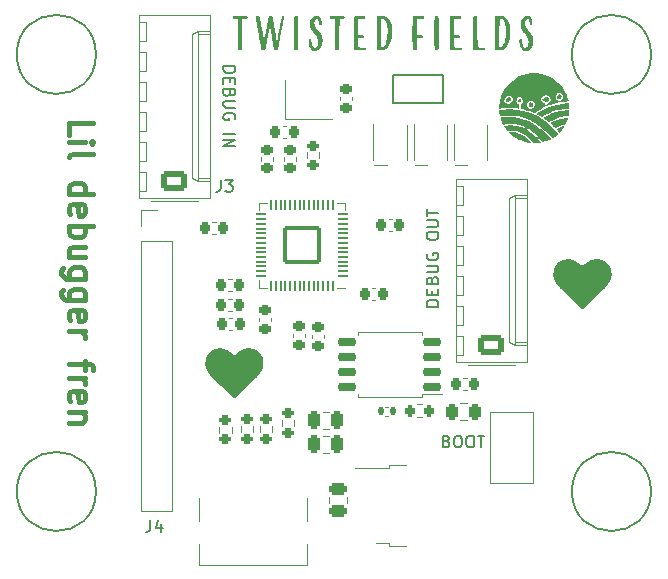
<source format=gto>
G04 #@! TF.GenerationSoftware,KiCad,Pcbnew,6.0.2+dfsg-1*
G04 #@! TF.CreationDate,2023-01-06T20:52:01-08:00*
G04 #@! TF.ProjectId,RP2040_debugger,52503230-3430-45f6-9465-627567676572,REV1*
G04 #@! TF.SameCoordinates,Original*
G04 #@! TF.FileFunction,Legend,Top*
G04 #@! TF.FilePolarity,Positive*
%FSLAX46Y46*%
G04 Gerber Fmt 4.6, Leading zero omitted, Abs format (unit mm)*
G04 Created by KiCad (PCBNEW 6.0.2+dfsg-1) date 2023-01-06 20:52:01*
%MOMM*%
%LPD*%
G01*
G04 APERTURE LIST*
G04 Aperture macros list*
%AMRoundRect*
0 Rectangle with rounded corners*
0 $1 Rounding radius*
0 $2 $3 $4 $5 $6 $7 $8 $9 X,Y pos of 4 corners*
0 Add a 4 corners polygon primitive as box body*
4,1,4,$2,$3,$4,$5,$6,$7,$8,$9,$2,$3,0*
0 Add four circle primitives for the rounded corners*
1,1,$1+$1,$2,$3*
1,1,$1+$1,$4,$5*
1,1,$1+$1,$6,$7*
1,1,$1+$1,$8,$9*
0 Add four rect primitives between the rounded corners*
20,1,$1+$1,$2,$3,$4,$5,0*
20,1,$1+$1,$4,$5,$6,$7,0*
20,1,$1+$1,$6,$7,$8,$9,0*
20,1,$1+$1,$8,$9,$2,$3,0*%
G04 Aperture macros list end*
%ADD10C,0.200000*%
%ADD11C,0.400000*%
%ADD12C,0.150000*%
%ADD13C,0.120000*%
%ADD14R,0.750000X0.900000*%
%ADD15RoundRect,0.225000X0.225000X0.250000X-0.225000X0.250000X-0.225000X-0.250000X0.225000X-0.250000X0*%
%ADD16RoundRect,0.225000X-0.250000X0.225000X-0.250000X-0.225000X0.250000X-0.225000X0.250000X0.225000X0*%
%ADD17RoundRect,0.225000X-0.225000X-0.250000X0.225000X-0.250000X0.225000X0.250000X-0.225000X0.250000X0*%
%ADD18RoundRect,0.135000X-0.135000X-0.185000X0.135000X-0.185000X0.135000X0.185000X-0.135000X0.185000X0*%
%ADD19RoundRect,0.150000X0.650000X0.150000X-0.650000X0.150000X-0.650000X-0.150000X0.650000X-0.150000X0*%
%ADD20RoundRect,0.200000X-0.200000X-0.275000X0.200000X-0.275000X0.200000X0.275000X-0.200000X0.275000X0*%
%ADD21RoundRect,0.225000X0.250000X-0.225000X0.250000X0.225000X-0.250000X0.225000X-0.250000X-0.225000X0*%
%ADD22RoundRect,0.200000X0.275000X-0.200000X0.275000X0.200000X-0.275000X0.200000X-0.275000X-0.200000X0*%
%ADD23RoundRect,0.050000X0.387500X0.050000X-0.387500X0.050000X-0.387500X-0.050000X0.387500X-0.050000X0*%
%ADD24RoundRect,0.050000X0.050000X0.387500X-0.050000X0.387500X-0.050000X-0.387500X0.050000X-0.387500X0*%
%ADD25RoundRect,0.144000X1.456000X1.456000X-1.456000X1.456000X-1.456000X-1.456000X1.456000X-1.456000X0*%
%ADD26RoundRect,0.243750X0.243750X0.456250X-0.243750X0.456250X-0.243750X-0.456250X0.243750X-0.456250X0*%
%ADD27R,1.000000X1.200000*%
%ADD28RoundRect,0.250000X0.250000X0.475000X-0.250000X0.475000X-0.250000X-0.475000X0.250000X-0.475000X0*%
%ADD29RoundRect,0.200000X-0.275000X0.200000X-0.275000X-0.200000X0.275000X-0.200000X0.275000X0.200000X0*%
%ADD30C,3.900000*%
%ADD31R,1.700000X1.700000*%
%ADD32O,1.700000X1.700000*%
%ADD33RoundRect,0.250000X0.475000X-0.250000X0.475000X0.250000X-0.475000X0.250000X-0.475000X-0.250000X0*%
%ADD34R,1.400000X1.200000*%
%ADD35RoundRect,0.250000X0.845000X-0.620000X0.845000X0.620000X-0.845000X0.620000X-0.845000X-0.620000X0*%
%ADD36O,2.190000X1.740000*%
%ADD37R,3.430000X1.780000*%
%ADD38R,2.200000X1.200000*%
%ADD39R,6.400000X5.800000*%
%ADD40C,0.650000*%
%ADD41R,0.300000X1.150000*%
%ADD42O,1.000000X2.100000*%
%ADD43O,1.000000X1.600000*%
G04 APERTURE END LIST*
D10*
X102352380Y-81347619D02*
X101352380Y-81347619D01*
X101352380Y-81109523D01*
X101400000Y-80966666D01*
X101495238Y-80871428D01*
X101590476Y-80823809D01*
X101780952Y-80776190D01*
X101923809Y-80776190D01*
X102114285Y-80823809D01*
X102209523Y-80871428D01*
X102304761Y-80966666D01*
X102352380Y-81109523D01*
X102352380Y-81347619D01*
X101828571Y-80347619D02*
X101828571Y-80014285D01*
X102352380Y-79871428D02*
X102352380Y-80347619D01*
X101352380Y-80347619D01*
X101352380Y-79871428D01*
X101828571Y-79109523D02*
X101876190Y-78966666D01*
X101923809Y-78919047D01*
X102019047Y-78871428D01*
X102161904Y-78871428D01*
X102257142Y-78919047D01*
X102304761Y-78966666D01*
X102352380Y-79061904D01*
X102352380Y-79442857D01*
X101352380Y-79442857D01*
X101352380Y-79109523D01*
X101400000Y-79014285D01*
X101447619Y-78966666D01*
X101542857Y-78919047D01*
X101638095Y-78919047D01*
X101733333Y-78966666D01*
X101780952Y-79014285D01*
X101828571Y-79109523D01*
X101828571Y-79442857D01*
X101352380Y-78442857D02*
X102161904Y-78442857D01*
X102257142Y-78395238D01*
X102304761Y-78347619D01*
X102352380Y-78252380D01*
X102352380Y-78061904D01*
X102304761Y-77966666D01*
X102257142Y-77919047D01*
X102161904Y-77871428D01*
X101352380Y-77871428D01*
X101400000Y-76871428D02*
X101352380Y-76966666D01*
X101352380Y-77109523D01*
X101400000Y-77252380D01*
X101495238Y-77347619D01*
X101590476Y-77395238D01*
X101780952Y-77442857D01*
X101923809Y-77442857D01*
X102114285Y-77395238D01*
X102209523Y-77347619D01*
X102304761Y-77252380D01*
X102352380Y-77109523D01*
X102352380Y-77014285D01*
X102304761Y-76871428D01*
X102257142Y-76823809D01*
X101923809Y-76823809D01*
X101923809Y-77014285D01*
X101352380Y-75442857D02*
X101352380Y-75252380D01*
X101400000Y-75157142D01*
X101495238Y-75061904D01*
X101685714Y-75014285D01*
X102019047Y-75014285D01*
X102209523Y-75061904D01*
X102304761Y-75157142D01*
X102352380Y-75252380D01*
X102352380Y-75442857D01*
X102304761Y-75538095D01*
X102209523Y-75633333D01*
X102019047Y-75680952D01*
X101685714Y-75680952D01*
X101495238Y-75633333D01*
X101400000Y-75538095D01*
X101352380Y-75442857D01*
X101352380Y-74585714D02*
X102161904Y-74585714D01*
X102257142Y-74538095D01*
X102304761Y-74490476D01*
X102352380Y-74395238D01*
X102352380Y-74204761D01*
X102304761Y-74109523D01*
X102257142Y-74061904D01*
X102161904Y-74014285D01*
X101352380Y-74014285D01*
X101352380Y-73680952D02*
X101352380Y-73109523D01*
X102352380Y-73395238D02*
X101352380Y-73395238D01*
D11*
X71095238Y-66785714D02*
X71095238Y-65833333D01*
X73095238Y-65833333D01*
X71095238Y-67452380D02*
X72428571Y-67452380D01*
X73095238Y-67452380D02*
X73000000Y-67357142D01*
X72904761Y-67452380D01*
X73000000Y-67547619D01*
X73095238Y-67452380D01*
X72904761Y-67452380D01*
X71095238Y-68690476D02*
X71190476Y-68500000D01*
X71380952Y-68404761D01*
X73095238Y-68404761D01*
X71095238Y-71833333D02*
X73095238Y-71833333D01*
X71190476Y-71833333D02*
X71095238Y-71642857D01*
X71095238Y-71261904D01*
X71190476Y-71071428D01*
X71285714Y-70976190D01*
X71476190Y-70880952D01*
X72047619Y-70880952D01*
X72238095Y-70976190D01*
X72333333Y-71071428D01*
X72428571Y-71261904D01*
X72428571Y-71642857D01*
X72333333Y-71833333D01*
X71190476Y-73547619D02*
X71095238Y-73357142D01*
X71095238Y-72976190D01*
X71190476Y-72785714D01*
X71380952Y-72690476D01*
X72142857Y-72690476D01*
X72333333Y-72785714D01*
X72428571Y-72976190D01*
X72428571Y-73357142D01*
X72333333Y-73547619D01*
X72142857Y-73642857D01*
X71952380Y-73642857D01*
X71761904Y-72690476D01*
X71095238Y-74500000D02*
X73095238Y-74500000D01*
X72333333Y-74500000D02*
X72428571Y-74690476D01*
X72428571Y-75071428D01*
X72333333Y-75261904D01*
X72238095Y-75357142D01*
X72047619Y-75452380D01*
X71476190Y-75452380D01*
X71285714Y-75357142D01*
X71190476Y-75261904D01*
X71095238Y-75071428D01*
X71095238Y-74690476D01*
X71190476Y-74500000D01*
X72428571Y-77166666D02*
X71095238Y-77166666D01*
X72428571Y-76309523D02*
X71380952Y-76309523D01*
X71190476Y-76404761D01*
X71095238Y-76595238D01*
X71095238Y-76880952D01*
X71190476Y-77071428D01*
X71285714Y-77166666D01*
X72428571Y-78976190D02*
X70809523Y-78976190D01*
X70619047Y-78880952D01*
X70523809Y-78785714D01*
X70428571Y-78595238D01*
X70428571Y-78309523D01*
X70523809Y-78119047D01*
X71190476Y-78976190D02*
X71095238Y-78785714D01*
X71095238Y-78404761D01*
X71190476Y-78214285D01*
X71285714Y-78119047D01*
X71476190Y-78023809D01*
X72047619Y-78023809D01*
X72238095Y-78119047D01*
X72333333Y-78214285D01*
X72428571Y-78404761D01*
X72428571Y-78785714D01*
X72333333Y-78976190D01*
X72428571Y-80785714D02*
X70809523Y-80785714D01*
X70619047Y-80690476D01*
X70523809Y-80595238D01*
X70428571Y-80404761D01*
X70428571Y-80119047D01*
X70523809Y-79928571D01*
X71190476Y-80785714D02*
X71095238Y-80595238D01*
X71095238Y-80214285D01*
X71190476Y-80023809D01*
X71285714Y-79928571D01*
X71476190Y-79833333D01*
X72047619Y-79833333D01*
X72238095Y-79928571D01*
X72333333Y-80023809D01*
X72428571Y-80214285D01*
X72428571Y-80595238D01*
X72333333Y-80785714D01*
X71190476Y-82500000D02*
X71095238Y-82309523D01*
X71095238Y-81928571D01*
X71190476Y-81738095D01*
X71380952Y-81642857D01*
X72142857Y-81642857D01*
X72333333Y-81738095D01*
X72428571Y-81928571D01*
X72428571Y-82309523D01*
X72333333Y-82500000D01*
X72142857Y-82595238D01*
X71952380Y-82595238D01*
X71761904Y-81642857D01*
X71095238Y-83452380D02*
X72428571Y-83452380D01*
X72047619Y-83452380D02*
X72238095Y-83547619D01*
X72333333Y-83642857D01*
X72428571Y-83833333D01*
X72428571Y-84023809D01*
X72428571Y-85928571D02*
X72428571Y-86690476D01*
X71095238Y-86214285D02*
X72809523Y-86214285D01*
X73000000Y-86309523D01*
X73095238Y-86500000D01*
X73095238Y-86690476D01*
X71095238Y-87357142D02*
X72428571Y-87357142D01*
X72047619Y-87357142D02*
X72238095Y-87452380D01*
X72333333Y-87547619D01*
X72428571Y-87738095D01*
X72428571Y-87928571D01*
X71190476Y-89357142D02*
X71095238Y-89166666D01*
X71095238Y-88785714D01*
X71190476Y-88595238D01*
X71380952Y-88500000D01*
X72142857Y-88500000D01*
X72333333Y-88595238D01*
X72428571Y-88785714D01*
X72428571Y-89166666D01*
X72333333Y-89357142D01*
X72142857Y-89452380D01*
X71952380Y-89452380D01*
X71761904Y-88500000D01*
X72428571Y-90309523D02*
X71095238Y-90309523D01*
X72238095Y-90309523D02*
X72333333Y-90404761D01*
X72428571Y-90595238D01*
X72428571Y-90880952D01*
X72333333Y-91071428D01*
X72142857Y-91166666D01*
X71095238Y-91166666D01*
D10*
X84147619Y-61019047D02*
X85147619Y-61019047D01*
X85147619Y-61257142D01*
X85100000Y-61400000D01*
X85004761Y-61495238D01*
X84909523Y-61542857D01*
X84719047Y-61590476D01*
X84576190Y-61590476D01*
X84385714Y-61542857D01*
X84290476Y-61495238D01*
X84195238Y-61400000D01*
X84147619Y-61257142D01*
X84147619Y-61019047D01*
X84671428Y-62019047D02*
X84671428Y-62352380D01*
X84147619Y-62495238D02*
X84147619Y-62019047D01*
X85147619Y-62019047D01*
X85147619Y-62495238D01*
X84671428Y-63257142D02*
X84623809Y-63400000D01*
X84576190Y-63447619D01*
X84480952Y-63495238D01*
X84338095Y-63495238D01*
X84242857Y-63447619D01*
X84195238Y-63400000D01*
X84147619Y-63304761D01*
X84147619Y-62923809D01*
X85147619Y-62923809D01*
X85147619Y-63257142D01*
X85100000Y-63352380D01*
X85052380Y-63400000D01*
X84957142Y-63447619D01*
X84861904Y-63447619D01*
X84766666Y-63400000D01*
X84719047Y-63352380D01*
X84671428Y-63257142D01*
X84671428Y-62923809D01*
X85147619Y-63923809D02*
X84338095Y-63923809D01*
X84242857Y-63971428D01*
X84195238Y-64019047D01*
X84147619Y-64114285D01*
X84147619Y-64304761D01*
X84195238Y-64400000D01*
X84242857Y-64447619D01*
X84338095Y-64495238D01*
X85147619Y-64495238D01*
X85100000Y-65495238D02*
X85147619Y-65400000D01*
X85147619Y-65257142D01*
X85100000Y-65114285D01*
X85004761Y-65019047D01*
X84909523Y-64971428D01*
X84719047Y-64923809D01*
X84576190Y-64923809D01*
X84385714Y-64971428D01*
X84290476Y-65019047D01*
X84195238Y-65114285D01*
X84147619Y-65257142D01*
X84147619Y-65352380D01*
X84195238Y-65495238D01*
X84242857Y-65542857D01*
X84576190Y-65542857D01*
X84576190Y-65352380D01*
X84147619Y-66733333D02*
X85147619Y-66733333D01*
X84147619Y-67209523D02*
X85147619Y-67209523D01*
X84147619Y-67780952D01*
X85147619Y-67780952D01*
X103042857Y-92753571D02*
X103185714Y-92801190D01*
X103233333Y-92848809D01*
X103280952Y-92944047D01*
X103280952Y-93086904D01*
X103233333Y-93182142D01*
X103185714Y-93229761D01*
X103090476Y-93277380D01*
X102709523Y-93277380D01*
X102709523Y-92277380D01*
X103042857Y-92277380D01*
X103138095Y-92325000D01*
X103185714Y-92372619D01*
X103233333Y-92467857D01*
X103233333Y-92563095D01*
X103185714Y-92658333D01*
X103138095Y-92705952D01*
X103042857Y-92753571D01*
X102709523Y-92753571D01*
X103900000Y-92277380D02*
X104090476Y-92277380D01*
X104185714Y-92325000D01*
X104280952Y-92420238D01*
X104328571Y-92610714D01*
X104328571Y-92944047D01*
X104280952Y-93134523D01*
X104185714Y-93229761D01*
X104090476Y-93277380D01*
X103900000Y-93277380D01*
X103804761Y-93229761D01*
X103709523Y-93134523D01*
X103661904Y-92944047D01*
X103661904Y-92610714D01*
X103709523Y-92420238D01*
X103804761Y-92325000D01*
X103900000Y-92277380D01*
X104947619Y-92277380D02*
X105138095Y-92277380D01*
X105233333Y-92325000D01*
X105328571Y-92420238D01*
X105376190Y-92610714D01*
X105376190Y-92944047D01*
X105328571Y-93134523D01*
X105233333Y-93229761D01*
X105138095Y-93277380D01*
X104947619Y-93277380D01*
X104852380Y-93229761D01*
X104757142Y-93134523D01*
X104709523Y-92944047D01*
X104709523Y-92610714D01*
X104757142Y-92420238D01*
X104852380Y-92325000D01*
X104947619Y-92277380D01*
X105661904Y-92277380D02*
X106233333Y-92277380D01*
X105947619Y-93277380D02*
X105947619Y-92277380D01*
D12*
X77966666Y-99422380D02*
X77966666Y-100136666D01*
X77919047Y-100279523D01*
X77823809Y-100374761D01*
X77680952Y-100422380D01*
X77585714Y-100422380D01*
X78871428Y-99755714D02*
X78871428Y-100422380D01*
X78633333Y-99374761D02*
X78395238Y-100089047D01*
X79014285Y-100089047D01*
X83916666Y-70622380D02*
X83916666Y-71336666D01*
X83869047Y-71479523D01*
X83773809Y-71574761D01*
X83630952Y-71622380D01*
X83535714Y-71622380D01*
X84297619Y-70622380D02*
X84916666Y-70622380D01*
X84583333Y-71003333D01*
X84726190Y-71003333D01*
X84821428Y-71050952D01*
X84869047Y-71098571D01*
X84916666Y-71193809D01*
X84916666Y-71431904D01*
X84869047Y-71527142D01*
X84821428Y-71574761D01*
X84726190Y-71622380D01*
X84440476Y-71622380D01*
X84345238Y-71574761D01*
X84297619Y-71527142D01*
D13*
X98000000Y-69400000D02*
X96925000Y-69400000D01*
X99650000Y-68950000D02*
X99650000Y-65950000D01*
X96850000Y-68950000D02*
X96850000Y-65850000D01*
X103650000Y-68950000D02*
X103650000Y-65850000D01*
X104800000Y-69400000D02*
X103725000Y-69400000D01*
X106450000Y-68950000D02*
X106450000Y-65950000D01*
X100250000Y-68950000D02*
X100250000Y-65850000D01*
X103050000Y-68950000D02*
X103050000Y-65950000D01*
X101400000Y-69400000D02*
X100325000Y-69400000D01*
X84905580Y-82280000D02*
X84624420Y-82280000D01*
X84905580Y-83300000D02*
X84624420Y-83300000D01*
X87180000Y-82294420D02*
X87180000Y-82575580D01*
X88200000Y-82294420D02*
X88200000Y-82575580D01*
X98134420Y-73940000D02*
X98415580Y-73940000D01*
X98134420Y-74960000D02*
X98415580Y-74960000D01*
X104735580Y-88440000D02*
X104454420Y-88440000D01*
X104735580Y-87420000D02*
X104454420Y-87420000D01*
X97811359Y-89810000D02*
X98118641Y-89810000D01*
X97811359Y-90570000D02*
X98118641Y-90570000D01*
X100950000Y-88725000D02*
X102625000Y-88725000D01*
X98225000Y-83535000D02*
X100950000Y-83535000D01*
X98225000Y-88985000D02*
X100950000Y-88985000D01*
X100950000Y-83535000D02*
X100950000Y-83795000D01*
X98225000Y-88985000D02*
X95500000Y-88985000D01*
X100950000Y-88985000D02*
X100950000Y-88725000D01*
X95500000Y-88985000D02*
X95500000Y-88725000D01*
X95500000Y-83535000D02*
X95500000Y-83795000D01*
X98225000Y-83535000D02*
X95500000Y-83535000D01*
X89445580Y-67060000D02*
X89164420Y-67060000D01*
X89445580Y-66040000D02*
X89164420Y-66040000D01*
X100497742Y-90682500D02*
X100972258Y-90682500D01*
X100497742Y-89637500D02*
X100972258Y-89637500D01*
X91050000Y-83644420D02*
X91050000Y-83925580D01*
X90030000Y-83644420D02*
X90030000Y-83925580D01*
X83495580Y-74190000D02*
X83214420Y-74190000D01*
X83495580Y-75210000D02*
X83214420Y-75210000D01*
X90269000Y-69005580D02*
X90269000Y-68724420D01*
X89249000Y-69005580D02*
X89249000Y-68724420D01*
X87239500Y-91934258D02*
X87239500Y-91459742D01*
X88284500Y-91934258D02*
X88284500Y-91459742D01*
X87330000Y-69005580D02*
X87330000Y-68724420D01*
X88350000Y-69005580D02*
X88350000Y-68724420D01*
X96734420Y-79790000D02*
X97015580Y-79790000D01*
X96734420Y-80810000D02*
X97015580Y-80810000D01*
X84845580Y-81710000D02*
X84564420Y-81710000D01*
X84845580Y-80690000D02*
X84564420Y-80690000D01*
X87180000Y-72540000D02*
X87180000Y-73190000D01*
X93750000Y-72540000D02*
X94400000Y-72540000D01*
X93750000Y-79760000D02*
X94400000Y-79760000D01*
X87830000Y-72540000D02*
X87180000Y-72540000D01*
X87180000Y-79760000D02*
X87180000Y-79110000D01*
X87830000Y-79760000D02*
X87180000Y-79760000D01*
X94400000Y-72540000D02*
X94400000Y-73190000D01*
X94040000Y-63865580D02*
X94040000Y-63584420D01*
X95060000Y-63865580D02*
X95060000Y-63584420D01*
X86684500Y-91934258D02*
X86684500Y-91459742D01*
X85639500Y-91934258D02*
X85639500Y-91459742D01*
X92650000Y-83744420D02*
X92650000Y-84025580D01*
X91630000Y-83744420D02*
X91630000Y-84025580D01*
X84845580Y-80060000D02*
X84564420Y-80060000D01*
X84845580Y-79040000D02*
X84564420Y-79040000D01*
X92262500Y-68772258D02*
X92262500Y-68297742D01*
X91217500Y-68772258D02*
X91217500Y-68297742D01*
X104730578Y-90941000D02*
X104213422Y-90941000D01*
X104730578Y-89521000D02*
X104213422Y-89521000D01*
X106750000Y-96250000D02*
X106750000Y-90250000D01*
X110350000Y-90250000D02*
X110350000Y-96250000D01*
X110350000Y-96250000D02*
X106750000Y-96250000D01*
X106750000Y-90250000D02*
X110350000Y-90250000D01*
X93061252Y-91721000D02*
X92538748Y-91721000D01*
X93061252Y-90251000D02*
X92538748Y-90251000D01*
X83783500Y-91536742D02*
X83783500Y-92011258D01*
X84828500Y-91536742D02*
X84828500Y-92011258D01*
X90118500Y-91451258D02*
X90118500Y-90976742D01*
X89073500Y-91451258D02*
X89073500Y-90976742D01*
D12*
X73350000Y-97000000D02*
G75*
G03*
X73350000Y-97000000I-3350000J0D01*
G01*
G36*
X109966104Y-56708675D02*
G01*
X110023999Y-56718283D01*
X110072960Y-56739060D01*
X110105830Y-56759311D01*
X110175038Y-56820099D01*
X110227413Y-56902200D01*
X110265295Y-57010997D01*
X110291023Y-57151875D01*
X110296353Y-57197666D01*
X110305385Y-57318149D01*
X110302295Y-57404933D01*
X110285570Y-57462914D01*
X110253700Y-57496992D01*
X110205175Y-57512062D01*
X110199155Y-57512732D01*
X110137259Y-57502193D01*
X110095127Y-57458123D01*
X110074349Y-57382653D01*
X110072373Y-57343008D01*
X110066049Y-57247777D01*
X110049098Y-57154083D01*
X110024551Y-57074067D01*
X109995439Y-57019869D01*
X109990263Y-57014105D01*
X109931853Y-56978348D01*
X109869352Y-56980017D01*
X109806801Y-57017346D01*
X109748239Y-57088566D01*
X109724712Y-57130313D01*
X109704480Y-57196939D01*
X109694159Y-57287822D01*
X109694160Y-57388335D01*
X109704896Y-57483849D01*
X109713680Y-57522543D01*
X109741521Y-57587898D01*
X109794883Y-57678567D01*
X109871445Y-57791127D01*
X109968883Y-57922153D01*
X110078336Y-58060202D01*
X110144970Y-58147720D01*
X110210057Y-58242901D01*
X110263591Y-58330724D01*
X110282946Y-58367281D01*
X110343662Y-58525868D01*
X110377188Y-58692642D01*
X110385055Y-58862260D01*
X110368794Y-59029381D01*
X110329933Y-59188663D01*
X110270003Y-59334764D01*
X110190534Y-59462344D01*
X110093057Y-59566060D01*
X109979101Y-59640571D01*
X109910642Y-59666965D01*
X109802914Y-59691546D01*
X109708855Y-59693433D01*
X109609234Y-59672700D01*
X109594379Y-59668193D01*
X109488174Y-59614758D01*
X109394603Y-59527286D01*
X109316026Y-59410428D01*
X109254806Y-59268835D01*
X109213304Y-59107161D01*
X109193883Y-58930056D01*
X109192720Y-58877132D01*
X109199265Y-58774028D01*
X109220732Y-58705685D01*
X109258905Y-58669057D01*
X109315563Y-58661096D01*
X109318838Y-58661388D01*
X109372302Y-58679114D01*
X109407593Y-58722740D01*
X109426804Y-58796508D01*
X109432078Y-58890586D01*
X109442613Y-59021575D01*
X109471441Y-59143222D01*
X109515352Y-59249587D01*
X109571138Y-59334730D01*
X109635591Y-59392712D01*
X109705503Y-59417595D01*
X109717037Y-59418108D01*
X109798846Y-59400355D01*
X109867053Y-59346365D01*
X109922983Y-59255043D01*
X109928048Y-59243591D01*
X109970627Y-59098268D01*
X109983600Y-58937513D01*
X109967685Y-58772001D01*
X109923597Y-58612410D01*
X109879177Y-58515072D01*
X109846113Y-58463152D01*
X109792942Y-58389769D01*
X109726108Y-58303403D01*
X109652052Y-58212534D01*
X109624839Y-58180322D01*
X109530135Y-58064496D01*
X109450005Y-57956777D01*
X109389801Y-57864624D01*
X109364003Y-57816847D01*
X109337098Y-57757415D01*
X109319447Y-57707433D01*
X109309150Y-57655664D01*
X109304306Y-57590871D01*
X109303015Y-57501818D01*
X109303069Y-57456563D01*
X109309212Y-57302833D01*
X109328702Y-57178178D01*
X109364685Y-57072968D01*
X109420310Y-56977568D01*
X109486196Y-56896094D01*
X109578649Y-56805540D01*
X109668513Y-56747298D01*
X109766901Y-56716071D01*
X109883833Y-56706567D01*
X109966104Y-56708675D01*
G37*
G36*
X102284870Y-56735135D02*
G01*
X102305418Y-56741611D01*
X102322502Y-56755936D01*
X102336439Y-56780788D01*
X102347545Y-56818847D01*
X102356136Y-56872794D01*
X102362531Y-56945309D01*
X102367045Y-57039070D01*
X102369995Y-57156757D01*
X102371698Y-57301052D01*
X102372471Y-57474632D01*
X102372629Y-57680179D01*
X102372491Y-57920371D01*
X102372373Y-58197890D01*
X102372373Y-58200624D01*
X102372501Y-58477891D01*
X102372670Y-58717812D01*
X102372554Y-58923070D01*
X102371827Y-59096350D01*
X102370166Y-59240336D01*
X102367245Y-59357710D01*
X102362738Y-59451158D01*
X102356321Y-59523362D01*
X102347669Y-59577007D01*
X102336456Y-59614777D01*
X102322357Y-59639354D01*
X102305048Y-59653424D01*
X102284202Y-59659670D01*
X102259496Y-59660775D01*
X102230604Y-59659423D01*
X102197200Y-59658299D01*
X102195798Y-59658297D01*
X102120285Y-59652681D01*
X102070756Y-59633464D01*
X102052373Y-59618266D01*
X102044594Y-59609615D01*
X102037896Y-59598456D01*
X102032196Y-59581926D01*
X102027415Y-59557160D01*
X102023471Y-59521295D01*
X102020285Y-59471467D01*
X102017774Y-59404811D01*
X102015860Y-59318465D01*
X102014461Y-59209564D01*
X102013496Y-59075244D01*
X102012886Y-58912643D01*
X102012549Y-58718895D01*
X102012405Y-58491137D01*
X102012373Y-58226505D01*
X102012373Y-58197147D01*
X102012398Y-57928569D01*
X102012527Y-57697158D01*
X102012840Y-57500052D01*
X102013419Y-57334385D01*
X102014343Y-57197295D01*
X102015694Y-57085917D01*
X102017552Y-56997388D01*
X102019997Y-56928844D01*
X102023111Y-56877420D01*
X102026973Y-56840254D01*
X102031665Y-56814481D01*
X102037266Y-56797237D01*
X102043859Y-56785659D01*
X102051522Y-56776883D01*
X102052373Y-56776028D01*
X102092239Y-56749616D01*
X102150797Y-56737669D01*
X102199273Y-56735996D01*
X102232114Y-56735007D01*
X102260541Y-56733827D01*
X102284870Y-56735135D01*
G37*
G36*
X103929237Y-56736238D02*
G01*
X104031801Y-56737308D01*
X104105761Y-56739725D01*
X104156816Y-56744008D01*
X104190662Y-56750675D01*
X104212999Y-56760243D01*
X104229522Y-56773233D01*
X104232373Y-56776028D01*
X104267539Y-56831326D01*
X104263728Y-56890414D01*
X104241238Y-56931700D01*
X104225807Y-56950288D01*
X104205367Y-56962828D01*
X104172493Y-56970505D01*
X104119762Y-56974499D01*
X104039752Y-56975993D01*
X103961942Y-56976185D01*
X103857585Y-56976704D01*
X103786134Y-56978950D01*
X103740500Y-56983956D01*
X103713595Y-56992756D01*
X103698330Y-57006381D01*
X103692802Y-57015414D01*
X103686315Y-57048864D01*
X103681398Y-57121496D01*
X103678067Y-57232492D01*
X103676343Y-57381034D01*
X103676244Y-57566302D01*
X103677098Y-57710961D01*
X103682373Y-58367281D01*
X103892373Y-58372540D01*
X103988530Y-58375804D01*
X104053051Y-58380925D01*
X104094300Y-58389516D01*
X104120641Y-58403189D01*
X104137373Y-58419792D01*
X104169072Y-58479995D01*
X104161226Y-58539707D01*
X104144052Y-58568616D01*
X104125746Y-58586445D01*
X104096336Y-58598851D01*
X104048039Y-58607386D01*
X103973075Y-58613604D01*
X103899052Y-58617478D01*
X103682373Y-58627485D01*
X103676909Y-58983215D01*
X103676008Y-59125801D01*
X103677977Y-59240491D01*
X103682672Y-59323628D01*
X103689948Y-59371558D01*
X103692613Y-59378526D01*
X103703775Y-59394147D01*
X103722091Y-59405029D01*
X103754119Y-59412019D01*
X103806417Y-59415964D01*
X103885545Y-59417711D01*
X103998060Y-59418108D01*
X103999076Y-59418108D01*
X104121703Y-59418889D01*
X104209957Y-59422500D01*
X104269456Y-59430846D01*
X104305817Y-59445830D01*
X104324655Y-59469356D01*
X104331589Y-59503326D01*
X104332373Y-59531063D01*
X104330030Y-59570054D01*
X104319981Y-59600180D01*
X104297692Y-59622569D01*
X104258630Y-59638351D01*
X104198261Y-59648656D01*
X104112053Y-59654613D01*
X103995472Y-59657351D01*
X103843986Y-59658000D01*
X103822922Y-59657991D01*
X103696401Y-59657226D01*
X103583009Y-59655265D01*
X103488999Y-59652320D01*
X103420624Y-59648603D01*
X103384138Y-59644326D01*
X103380367Y-59642979D01*
X103367298Y-59632966D01*
X103356019Y-59619759D01*
X103346398Y-59600528D01*
X103338302Y-59572439D01*
X103331602Y-59532664D01*
X103326165Y-59478369D01*
X103321859Y-59406723D01*
X103318554Y-59314896D01*
X103316119Y-59200056D01*
X103314420Y-59059371D01*
X103313328Y-58890010D01*
X103312710Y-58689142D01*
X103312435Y-58453936D01*
X103312373Y-58181560D01*
X103312373Y-58178447D01*
X103312398Y-57911818D01*
X103312530Y-57682337D01*
X103312851Y-57487118D01*
X103313442Y-57323277D01*
X103314386Y-57187930D01*
X103315766Y-57078191D01*
X103317663Y-56991176D01*
X103320160Y-56924002D01*
X103323340Y-56873782D01*
X103327284Y-56837633D01*
X103332074Y-56812670D01*
X103337794Y-56796008D01*
X103344524Y-56784764D01*
X103352349Y-56776052D01*
X103352373Y-56776028D01*
X103368448Y-56762354D01*
X103389292Y-56752197D01*
X103420601Y-56745037D01*
X103468072Y-56740356D01*
X103537404Y-56737635D01*
X103634295Y-56736357D01*
X103764441Y-56736002D01*
X103792373Y-56735996D01*
X103929237Y-56736238D01*
G37*
G36*
X107138049Y-57903917D02*
G01*
X107139082Y-57672717D01*
X107140166Y-57475859D01*
X107141390Y-57310498D01*
X107142848Y-57173790D01*
X107144631Y-57062889D01*
X107146829Y-56974953D01*
X107149536Y-56907134D01*
X107152842Y-56856590D01*
X107156839Y-56820476D01*
X107161619Y-56795946D01*
X107167274Y-56780156D01*
X107173894Y-56770262D01*
X107181572Y-56763418D01*
X107182373Y-56762814D01*
X107206117Y-56750722D01*
X107243427Y-56742813D01*
X107300762Y-56738641D01*
X107384586Y-56737758D01*
X107501360Y-56739718D01*
X107512373Y-56739986D01*
X107629390Y-56743461D01*
X107715320Y-56748082D01*
X107779071Y-56755182D01*
X107829556Y-56766097D01*
X107875684Y-56782160D01*
X107917771Y-56800695D01*
X108057509Y-56887547D01*
X108178137Y-57009523D01*
X108279605Y-57166554D01*
X108361863Y-57358570D01*
X108396597Y-57470656D01*
X108411158Y-57527681D01*
X108422110Y-57583571D01*
X108429978Y-57645358D01*
X108435286Y-57720073D01*
X108438558Y-57814746D01*
X108440316Y-57936409D01*
X108441014Y-58067044D01*
X108440904Y-58223522D01*
X108439208Y-58347086D01*
X108435502Y-58444840D01*
X108429358Y-58523885D01*
X108420353Y-58591322D01*
X108408059Y-58654254D01*
X108405031Y-58667517D01*
X108335165Y-58907445D01*
X108244966Y-59116968D01*
X108135365Y-59294692D01*
X108007291Y-59439219D01*
X107861677Y-59549155D01*
X107792373Y-59586169D01*
X107728946Y-59614238D01*
X107672762Y-59632824D01*
X107611655Y-59644308D01*
X107533460Y-59651069D01*
X107440445Y-59655015D01*
X107218518Y-59662422D01*
X107175046Y-59607113D01*
X107131574Y-59551803D01*
X107132176Y-59398092D01*
X107512060Y-59398092D01*
X107554194Y-59398092D01*
X107600366Y-59389620D01*
X107657584Y-59368903D01*
X107664549Y-59365693D01*
X107752722Y-59302827D01*
X107832038Y-59204210D01*
X107901552Y-59073331D01*
X107960319Y-58913680D01*
X108007392Y-58728746D01*
X108041828Y-58522019D01*
X108062681Y-58296987D01*
X108069004Y-58057142D01*
X108064600Y-57889006D01*
X108048222Y-57662322D01*
X108021519Y-57472498D01*
X107983463Y-57317458D01*
X107933028Y-57195128D01*
X107869187Y-57103433D01*
X107790913Y-57040297D01*
X107697181Y-57003646D01*
X107621050Y-56992586D01*
X107522373Y-56986193D01*
X107517216Y-58192143D01*
X107512060Y-59398092D01*
X107132176Y-59398092D01*
X107136973Y-58172304D01*
X107138049Y-57903917D01*
G37*
G36*
X100817599Y-56736457D02*
G01*
X100926255Y-56737429D01*
X101005568Y-56739634D01*
X101060866Y-56743487D01*
X101097475Y-56749406D01*
X101120724Y-56757804D01*
X101135941Y-56769100D01*
X101139273Y-56772600D01*
X101163991Y-56820793D01*
X101171405Y-56880118D01*
X101160847Y-56932661D01*
X101146012Y-56953147D01*
X101115604Y-56962218D01*
X101051217Y-56970124D01*
X100958867Y-56976338D01*
X100844569Y-56980337D01*
X100831012Y-56980617D01*
X100542373Y-56986193D01*
X100537113Y-57681741D01*
X100531854Y-58377288D01*
X100761652Y-58377288D01*
X100860841Y-58377715D01*
X100927823Y-58379947D01*
X100970389Y-58385416D01*
X100996332Y-58395549D01*
X101013442Y-58411777D01*
X101022824Y-58425208D01*
X101042867Y-58484516D01*
X101034947Y-58545102D01*
X101001923Y-58591240D01*
X100991387Y-58597990D01*
X100956855Y-58606129D01*
X100892602Y-58612600D01*
X100808896Y-58616592D01*
X100744698Y-58617478D01*
X100534393Y-58617478D01*
X100528383Y-59095796D01*
X100526079Y-59260286D01*
X100522816Y-59389106D01*
X100517140Y-59486617D01*
X100507597Y-59557177D01*
X100492732Y-59605145D01*
X100471090Y-59634882D01*
X100441218Y-59650746D01*
X100401662Y-59657096D01*
X100350966Y-59658293D01*
X100340724Y-59658297D01*
X100274191Y-59655186D01*
X100232545Y-59642297D01*
X100200923Y-59614291D01*
X100193824Y-59605558D01*
X100185679Y-59594505D01*
X100178677Y-59581650D01*
X100172733Y-59564067D01*
X100167759Y-59538829D01*
X100163669Y-59503011D01*
X100160377Y-59453687D01*
X100157795Y-59387932D01*
X100155839Y-59302818D01*
X100154420Y-59195421D01*
X100153453Y-59062814D01*
X100152852Y-58902072D01*
X100152528Y-58710268D01*
X100152398Y-58484477D01*
X100152373Y-58221773D01*
X100152373Y-58203139D01*
X100152435Y-57931651D01*
X100152711Y-57697349D01*
X100153335Y-57497388D01*
X100154439Y-57328925D01*
X100156157Y-57189114D01*
X100158621Y-57075109D01*
X100161965Y-56984068D01*
X100166323Y-56913143D01*
X100171827Y-56859492D01*
X100178611Y-56820268D01*
X100186809Y-56792627D01*
X100196552Y-56773724D01*
X100207975Y-56760715D01*
X100220367Y-56751314D01*
X100246103Y-56746968D01*
X100305678Y-56743102D01*
X100392933Y-56739921D01*
X100501708Y-56737629D01*
X100625844Y-56736429D01*
X100674273Y-56736303D01*
X100817599Y-56736457D01*
G37*
G36*
X105528170Y-56738544D02*
G01*
X105590679Y-56756530D01*
X105603550Y-56764400D01*
X105611305Y-56771239D01*
X105617989Y-56781517D01*
X105623707Y-56798155D01*
X105628566Y-56824071D01*
X105632674Y-56862186D01*
X105636136Y-56915418D01*
X105639059Y-56986689D01*
X105641551Y-57078916D01*
X105643717Y-57195021D01*
X105645665Y-57337921D01*
X105647501Y-57510538D01*
X105649332Y-57715790D01*
X105651264Y-57956598D01*
X105652373Y-58100452D01*
X105662373Y-59408100D01*
X105972373Y-59413416D01*
X106100530Y-59416365D01*
X106194097Y-59421435D01*
X106258482Y-59430537D01*
X106299092Y-59445581D01*
X106321336Y-59468480D01*
X106330623Y-59501142D01*
X106332373Y-59540598D01*
X106330755Y-59576518D01*
X106322866Y-59604280D01*
X106304152Y-59624934D01*
X106270059Y-59639526D01*
X106216031Y-59649107D01*
X106137515Y-59654722D01*
X106029956Y-59657422D01*
X105888801Y-59658253D01*
X105820944Y-59658297D01*
X105675177Y-59658103D01*
X105564084Y-59657231D01*
X105482342Y-59655244D01*
X105424627Y-59651705D01*
X105385613Y-59646180D01*
X105359978Y-59638231D01*
X105342395Y-59627422D01*
X105332373Y-59618266D01*
X105324594Y-59609615D01*
X105317896Y-59598456D01*
X105312196Y-59581926D01*
X105307415Y-59557160D01*
X105303471Y-59521295D01*
X105300285Y-59471467D01*
X105297774Y-59404811D01*
X105295860Y-59318465D01*
X105294461Y-59209564D01*
X105293496Y-59075244D01*
X105292886Y-58912643D01*
X105292549Y-58718895D01*
X105292405Y-58491137D01*
X105292373Y-58226505D01*
X105292373Y-58197147D01*
X105292398Y-57928569D01*
X105292527Y-57697158D01*
X105292840Y-57500052D01*
X105293419Y-57334385D01*
X105294343Y-57197295D01*
X105295694Y-57085917D01*
X105297552Y-56997388D01*
X105299997Y-56928844D01*
X105303111Y-56877420D01*
X105306973Y-56840254D01*
X105311665Y-56814481D01*
X105317266Y-56797237D01*
X105323859Y-56785659D01*
X105331522Y-56776883D01*
X105332373Y-56776028D01*
X105382297Y-56749009D01*
X105453136Y-56736276D01*
X105528170Y-56738544D01*
G37*
D13*
X77170000Y-74500000D02*
X77170000Y-73170000D01*
X77170000Y-75770000D02*
X79830000Y-75770000D01*
X77170000Y-75770000D02*
X77170000Y-98690000D01*
X77170000Y-73170000D02*
X78500000Y-73170000D01*
X79830000Y-75770000D02*
X79830000Y-98690000D01*
X77170000Y-98690000D02*
X79830000Y-98690000D01*
D12*
X120350000Y-97000000D02*
G75*
G03*
X120350000Y-97000000I-3350000J0D01*
G01*
X73350000Y-60000000D02*
G75*
G03*
X73350000Y-60000000I-3350000J0D01*
G01*
D13*
X94586000Y-98007252D02*
X94586000Y-97484748D01*
X93116000Y-98007252D02*
X93116000Y-97484748D01*
X93061252Y-92265000D02*
X92538748Y-92265000D01*
X93061252Y-93735000D02*
X92538748Y-93735000D01*
G36*
X85736802Y-56739162D02*
G01*
X85878396Y-56740604D01*
X85988097Y-56743929D01*
X86069960Y-56749889D01*
X86128036Y-56759238D01*
X86166379Y-56772730D01*
X86189042Y-56791118D01*
X86200078Y-56815156D01*
X86203541Y-56845596D01*
X86203714Y-56858649D01*
X86198268Y-56908453D01*
X86177989Y-56942659D01*
X86136957Y-56963992D01*
X86069256Y-56975176D01*
X85968970Y-56978937D01*
X85942285Y-56979038D01*
X85743714Y-56979038D01*
X85743714Y-58280063D01*
X85743686Y-58540198D01*
X85743543Y-58763257D01*
X85743198Y-58952197D01*
X85742562Y-59109972D01*
X85741547Y-59239540D01*
X85740065Y-59343855D01*
X85738028Y-59425874D01*
X85735347Y-59488552D01*
X85731935Y-59534845D01*
X85727702Y-59567709D01*
X85722562Y-59590100D01*
X85716425Y-59604974D01*
X85709205Y-59615287D01*
X85703714Y-59621119D01*
X85645502Y-59654012D01*
X85570835Y-59663320D01*
X85495195Y-59649563D01*
X85434060Y-59613259D01*
X85432804Y-59612020D01*
X85383714Y-59562891D01*
X85383714Y-56979038D01*
X85184848Y-56979038D01*
X85092940Y-56978326D01*
X85032475Y-56975087D01*
X84994901Y-56967668D01*
X84971671Y-56954415D01*
X84954848Y-56934553D01*
X84926454Y-56870929D01*
X84936889Y-56813707D01*
X84963713Y-56778881D01*
X84977305Y-56767077D01*
X84994843Y-56757850D01*
X85021032Y-56750884D01*
X85060577Y-56745863D01*
X85118183Y-56742470D01*
X85198555Y-56740389D01*
X85306398Y-56739304D01*
X85446417Y-56738898D01*
X85559263Y-56738849D01*
X85736802Y-56739162D01*
G37*
G36*
X90383703Y-56745449D02*
G01*
X90442538Y-56777723D01*
X90443714Y-56778881D01*
X90451492Y-56787531D01*
X90458190Y-56798690D01*
X90463890Y-56815220D01*
X90468671Y-56839986D01*
X90472615Y-56875851D01*
X90475801Y-56925679D01*
X90478312Y-56992335D01*
X90480226Y-57078681D01*
X90481625Y-57187582D01*
X90482590Y-57321902D01*
X90483200Y-57484504D01*
X90483537Y-57678252D01*
X90483681Y-57906010D01*
X90483713Y-58170641D01*
X90483714Y-58200000D01*
X90483688Y-58468578D01*
X90483559Y-58699988D01*
X90483246Y-58897094D01*
X90482667Y-59062761D01*
X90481743Y-59199851D01*
X90480392Y-59311229D01*
X90478534Y-59399758D01*
X90476089Y-59468302D01*
X90472975Y-59519726D01*
X90469113Y-59556892D01*
X90464421Y-59582665D01*
X90458820Y-59599909D01*
X90452227Y-59611487D01*
X90444564Y-59620263D01*
X90443714Y-59621119D01*
X90385502Y-59654012D01*
X90310835Y-59663320D01*
X90235195Y-59649563D01*
X90174060Y-59613259D01*
X90172804Y-59612020D01*
X90123714Y-59562891D01*
X90123714Y-56837108D01*
X90172804Y-56787979D01*
X90233356Y-56751097D01*
X90308815Y-56736747D01*
X90383703Y-56745449D01*
G37*
G36*
X92167294Y-56724226D02*
G01*
X92266912Y-56763901D01*
X92344170Y-56831982D01*
X92400667Y-56930516D01*
X92438006Y-57061553D01*
X92457786Y-57227141D01*
X92458656Y-57241902D01*
X92462868Y-57335476D01*
X92462543Y-57398057D01*
X92456742Y-57438521D01*
X92444527Y-57465744D01*
X92433533Y-57479632D01*
X92381121Y-57513609D01*
X92324228Y-57513872D01*
X92279468Y-57484436D01*
X92261233Y-57444959D01*
X92245565Y-57377024D01*
X92236235Y-57304367D01*
X92217429Y-57171358D01*
X92187837Y-57072518D01*
X92148152Y-57009576D01*
X92108660Y-56985988D01*
X92037003Y-56981936D01*
X91976071Y-57011065D01*
X91921445Y-57076159D01*
X91897113Y-57119149D01*
X91865722Y-57186138D01*
X91850118Y-57242091D01*
X91846651Y-57305795D01*
X91849455Y-57364520D01*
X91863323Y-57463936D01*
X91893557Y-57561869D01*
X91943370Y-57664496D01*
X92015978Y-57777996D01*
X92114595Y-57908545D01*
X92164439Y-57969818D01*
X92287835Y-58125822D01*
X92383081Y-58263512D01*
X92453174Y-58389692D01*
X92501111Y-58511164D01*
X92529890Y-58634730D01*
X92542508Y-58767193D01*
X92543714Y-58830496D01*
X92529879Y-59016461D01*
X92490053Y-59189202D01*
X92426750Y-59343754D01*
X92342486Y-59475151D01*
X92239775Y-59578425D01*
X92131677Y-59644098D01*
X92002210Y-59683457D01*
X91870212Y-59691250D01*
X91763714Y-59671639D01*
X91653724Y-59615747D01*
X91558284Y-59525970D01*
X91479508Y-59406473D01*
X91419516Y-59261422D01*
X91380425Y-59094981D01*
X91364352Y-58911315D01*
X91364061Y-58885539D01*
X91371845Y-58778708D01*
X91396389Y-58706906D01*
X91438581Y-58668414D01*
X91480614Y-58660362D01*
X91524537Y-58672916D01*
X91556240Y-58713205D01*
X91577598Y-58785165D01*
X91590328Y-58890543D01*
X91611093Y-59056263D01*
X91647006Y-59189083D01*
X91699611Y-59293748D01*
X91737169Y-59342091D01*
X91788656Y-59392142D01*
X91833485Y-59415772D01*
X91877356Y-59420961D01*
X91950292Y-59412549D01*
X92005706Y-59382419D01*
X92054912Y-59323230D01*
X92072871Y-59294103D01*
X92118834Y-59182431D01*
X92143675Y-59047108D01*
X92147044Y-58898694D01*
X92128589Y-58747751D01*
X92095125Y-58624334D01*
X92040619Y-58509180D01*
X91951400Y-58374396D01*
X91827549Y-58220102D01*
X91792506Y-58179984D01*
X91692163Y-58062952D01*
X91616803Y-57965409D01*
X91561570Y-57880180D01*
X91521609Y-57800094D01*
X91503457Y-57753005D01*
X91460039Y-57581521D01*
X91452906Y-57414375D01*
X91470678Y-57286500D01*
X91512633Y-57135027D01*
X91571512Y-57010512D01*
X91652987Y-56901501D01*
X91670805Y-56882312D01*
X91766556Y-56795393D01*
X91860212Y-56741369D01*
X91962615Y-56715257D01*
X92043714Y-56710906D01*
X92167294Y-56724226D01*
G37*
G36*
X93956920Y-56739181D02*
G01*
X94098621Y-56740663D01*
X94208409Y-56744024D01*
X94290326Y-56749994D01*
X94348415Y-56759303D01*
X94386719Y-56772679D01*
X94409279Y-56790852D01*
X94420137Y-56814551D01*
X94423338Y-56844506D01*
X94423407Y-56855075D01*
X94419876Y-56902479D01*
X94405564Y-56934972D01*
X94373940Y-56955873D01*
X94318472Y-56968501D01*
X94232628Y-56976177D01*
X94179505Y-56979038D01*
X93973714Y-56989046D01*
X93963714Y-58296694D01*
X93961683Y-58557642D01*
X93959812Y-58781478D01*
X93957992Y-58971122D01*
X93956117Y-59129495D01*
X93954080Y-59259516D01*
X93951775Y-59364104D01*
X93949095Y-59446179D01*
X93945933Y-59508660D01*
X93942183Y-59554468D01*
X93937737Y-59586521D01*
X93932490Y-59607740D01*
X93926335Y-59621044D01*
X93919164Y-59629352D01*
X93914891Y-59632746D01*
X93850609Y-59658323D01*
X93772292Y-59660758D01*
X93697516Y-59641442D01*
X93652804Y-59612020D01*
X93603714Y-59562891D01*
X93603714Y-56979038D01*
X93404848Y-56979038D01*
X93312940Y-56978326D01*
X93252475Y-56975087D01*
X93214901Y-56967668D01*
X93191671Y-56954415D01*
X93174848Y-56934553D01*
X93146454Y-56870929D01*
X93156889Y-56813707D01*
X93183714Y-56778881D01*
X93197305Y-56767077D01*
X93214843Y-56757850D01*
X93241032Y-56750884D01*
X93280577Y-56745863D01*
X93338183Y-56742470D01*
X93418555Y-56740389D01*
X93526398Y-56739304D01*
X93666417Y-56738898D01*
X93779263Y-56738849D01*
X93956920Y-56739181D01*
G37*
G36*
X97123729Y-57931550D02*
G01*
X97123832Y-57700265D01*
X97124108Y-57503276D01*
X97124641Y-57337715D01*
X97125517Y-57200715D01*
X97126820Y-57089409D01*
X97128636Y-57000928D01*
X97131049Y-56932404D01*
X97134145Y-56880971D01*
X97138008Y-56843761D01*
X97142723Y-56817905D01*
X97148375Y-56800536D01*
X97155050Y-56788787D01*
X97162832Y-56779789D01*
X97165881Y-56776711D01*
X97184927Y-56760083D01*
X97207746Y-56748774D01*
X97241438Y-56742022D01*
X97293100Y-56739068D01*
X97369832Y-56739153D01*
X97478731Y-56741517D01*
X97491637Y-56741848D01*
X97605053Y-56745202D01*
X97687706Y-56749509D01*
X97748826Y-56756373D01*
X97797646Y-56767401D01*
X97843395Y-56784197D01*
X97895305Y-56808368D01*
X97906921Y-56814072D01*
X98043327Y-56899966D01*
X98158334Y-57013506D01*
X98252758Y-57156314D01*
X98327416Y-57330010D01*
X98383126Y-57536217D01*
X98420703Y-57776554D01*
X98427880Y-57847875D01*
X98439811Y-58116565D01*
X98427240Y-58374248D01*
X98391419Y-58617605D01*
X98333604Y-58843315D01*
X98255047Y-59048060D01*
X98157002Y-59228521D01*
X98040722Y-59381377D01*
X97907461Y-59503309D01*
X97771861Y-59584893D01*
X97703675Y-59614741D01*
X97643570Y-59634355D01*
X97578459Y-59646445D01*
X97495256Y-59653723D01*
X97422386Y-59657275D01*
X97326379Y-59660612D01*
X97261724Y-59660426D01*
X97219843Y-59655587D01*
X97192161Y-59644969D01*
X97170099Y-59627445D01*
X97166181Y-59623588D01*
X97123714Y-59581087D01*
X97123714Y-59400945D01*
X97483401Y-59400945D01*
X97535535Y-59400945D01*
X97589395Y-59392237D01*
X97650509Y-59371035D01*
X97655644Y-59368663D01*
X97706334Y-59333774D01*
X97762147Y-59279570D01*
X97792322Y-59242717D01*
X97876870Y-59098394D01*
X97944906Y-58919534D01*
X97996064Y-58708225D01*
X98029980Y-58466557D01*
X98046287Y-58196616D01*
X98044621Y-57900490D01*
X98041210Y-57819700D01*
X98026270Y-57618985D01*
X98002557Y-57453518D01*
X97969193Y-57319305D01*
X97925298Y-57212348D01*
X97897062Y-57164749D01*
X97822833Y-57075779D01*
X97739464Y-57021434D01*
X97637606Y-56996310D01*
X97601136Y-56993623D01*
X97493714Y-56989046D01*
X97488557Y-58194996D01*
X97483401Y-59400945D01*
X97123714Y-59400945D01*
X97123714Y-58200000D01*
X97123729Y-57931550D01*
G37*
G36*
X88234952Y-56747156D02*
G01*
X88289989Y-56775248D01*
X88323500Y-56827886D01*
X88330449Y-56848936D01*
X88335806Y-56876076D01*
X88346842Y-56938820D01*
X88362906Y-57033248D01*
X88383346Y-57155436D01*
X88407510Y-57301462D01*
X88434748Y-57467405D01*
X88464407Y-57649342D01*
X88495836Y-57843351D01*
X88503103Y-57888376D01*
X88534665Y-58083272D01*
X88564491Y-58265922D01*
X88591950Y-58432567D01*
X88616412Y-58579445D01*
X88637243Y-58702796D01*
X88653814Y-58798859D01*
X88665492Y-58863872D01*
X88671646Y-58894076D01*
X88672255Y-58895755D01*
X88674888Y-58896471D01*
X88678124Y-58891613D01*
X88682538Y-58878239D01*
X88688702Y-58853412D01*
X88697188Y-58814190D01*
X88708570Y-58757636D01*
X88723420Y-58680808D01*
X88742311Y-58580767D01*
X88765816Y-58454575D01*
X88794508Y-58299290D01*
X88828959Y-58111973D01*
X88869743Y-57889686D01*
X88892666Y-57764633D01*
X88927494Y-57576182D01*
X88960812Y-57398932D01*
X88991813Y-57236954D01*
X89019693Y-57094318D01*
X89043647Y-56975095D01*
X89062871Y-56883356D01*
X89076558Y-56823170D01*
X89083600Y-56799109D01*
X89122756Y-56758421D01*
X89174214Y-56743459D01*
X89226008Y-56752090D01*
X89266173Y-56782180D01*
X89282744Y-56831593D01*
X89282736Y-56834628D01*
X89278913Y-56863086D01*
X89268186Y-56927512D01*
X89251170Y-57024557D01*
X89228478Y-57150872D01*
X89200721Y-57303105D01*
X89168513Y-57477908D01*
X89132466Y-57671931D01*
X89093195Y-57881823D01*
X89051310Y-58104235D01*
X89025949Y-58238244D01*
X88974528Y-58509851D01*
X88929993Y-58744802D01*
X88891531Y-58945724D01*
X88858332Y-59115244D01*
X88829582Y-59255989D01*
X88804470Y-59370587D01*
X88782183Y-59461665D01*
X88761909Y-59531849D01*
X88742836Y-59583768D01*
X88724152Y-59620047D01*
X88705045Y-59643315D01*
X88684703Y-59656198D01*
X88662313Y-59661323D01*
X88637063Y-59661318D01*
X88608142Y-59658810D01*
X88587328Y-59657104D01*
X88520002Y-59645961D01*
X88476047Y-59619078D01*
X88459863Y-59600176D01*
X88449243Y-59578522D01*
X88436604Y-59538120D01*
X88421431Y-59476325D01*
X88403210Y-59390492D01*
X88381426Y-59277975D01*
X88355563Y-59136129D01*
X88325109Y-58962308D01*
X88289547Y-58753868D01*
X88254035Y-58542194D01*
X88221217Y-58346485D01*
X88190087Y-58162893D01*
X88161308Y-57995175D01*
X88135540Y-57847090D01*
X88113444Y-57722395D01*
X88095681Y-57624848D01*
X88082913Y-57558207D01*
X88075801Y-57526231D01*
X88074898Y-57523985D01*
X88063619Y-57520248D01*
X88063523Y-57521132D01*
X88060163Y-57541875D01*
X88050581Y-57598367D01*
X88035414Y-57686915D01*
X88015298Y-57803830D01*
X87990869Y-57945419D01*
X87962764Y-58107992D01*
X87931618Y-58287858D01*
X87898070Y-58481326D01*
X87884365Y-58560283D01*
X87843418Y-58796405D01*
X87808583Y-58996162D01*
X87778887Y-59162590D01*
X87753359Y-59298722D01*
X87731025Y-59407593D01*
X87710913Y-59492239D01*
X87692049Y-59555692D01*
X87673462Y-59600988D01*
X87654179Y-59631160D01*
X87633226Y-59649244D01*
X87609633Y-59658274D01*
X87582424Y-59661285D01*
X87550630Y-59661310D01*
X87531498Y-59661150D01*
X87451150Y-59650284D01*
X87405503Y-59622909D01*
X87379732Y-59581607D01*
X87355985Y-59518217D01*
X87345892Y-59477795D01*
X87330926Y-59400777D01*
X87310897Y-59294243D01*
X87286519Y-59162223D01*
X87258505Y-59008750D01*
X87227567Y-58837855D01*
X87194419Y-58653570D01*
X87159773Y-58459927D01*
X87124343Y-58260956D01*
X87088841Y-58060690D01*
X87053980Y-57863160D01*
X87020474Y-57672398D01*
X86989036Y-57492436D01*
X86960377Y-57327304D01*
X86935212Y-57181036D01*
X86914253Y-57057661D01*
X86898213Y-56961213D01*
X86887806Y-56895722D01*
X86883744Y-56865220D01*
X86883714Y-56864313D01*
X86898428Y-56799778D01*
X86943602Y-56758796D01*
X87020777Y-56740249D01*
X87057189Y-56738849D01*
X87135052Y-56746374D01*
X87186837Y-56773678D01*
X87220675Y-56827852D01*
X87241177Y-56899298D01*
X87248594Y-56937047D01*
X87262085Y-57009882D01*
X87280870Y-57113453D01*
X87304172Y-57243405D01*
X87331215Y-57395387D01*
X87361219Y-57565046D01*
X87393408Y-57748028D01*
X87423476Y-57919779D01*
X87456554Y-58108429D01*
X87487849Y-58285521D01*
X87516636Y-58447046D01*
X87542188Y-58588992D01*
X87563780Y-58707350D01*
X87580684Y-58798108D01*
X87592176Y-58857256D01*
X87597425Y-58880535D01*
X87602874Y-58867419D01*
X87614201Y-58818411D01*
X87630735Y-58737111D01*
X87651801Y-58627117D01*
X87676729Y-58492030D01*
X87704843Y-58335449D01*
X87735473Y-58160972D01*
X87767944Y-57972199D01*
X87775153Y-57929787D01*
X87808294Y-57734506D01*
X87839726Y-57549518D01*
X87868752Y-57378916D01*
X87894673Y-57226791D01*
X87916790Y-57097237D01*
X87934407Y-56994344D01*
X87946825Y-56922206D01*
X87953346Y-56884914D01*
X87953723Y-56882847D01*
X87979724Y-56808074D01*
X88027792Y-56762115D01*
X88103151Y-56741153D01*
X88150614Y-56738849D01*
X88234952Y-56747156D01*
G37*
G36*
X95819348Y-56739561D02*
G01*
X95934128Y-56742542D01*
X96018285Y-56749066D01*
X96076501Y-56760401D01*
X96113460Y-56777820D01*
X96133843Y-56802593D01*
X96142334Y-56835992D01*
X96143714Y-56867636D01*
X96136289Y-56919977D01*
X96118330Y-56955148D01*
X96117418Y-56955946D01*
X96087252Y-56965121D01*
X96024476Y-56973239D01*
X95936475Y-56979587D01*
X95832418Y-56983416D01*
X95573714Y-56989046D01*
X95568454Y-57684594D01*
X95563195Y-58380141D01*
X95772026Y-58380141D01*
X95882403Y-58382395D01*
X95958820Y-58390891D01*
X96007152Y-58408232D01*
X96033272Y-58437023D01*
X96043057Y-58479864D01*
X96043714Y-58500531D01*
X96035775Y-58549252D01*
X96008588Y-58583467D01*
X95957098Y-58605300D01*
X95876247Y-58616879D01*
X95760980Y-58620330D01*
X95758841Y-58620331D01*
X95562868Y-58620331D01*
X95573714Y-59410953D01*
X95863714Y-59416086D01*
X95978013Y-59418528D01*
X96059141Y-59421801D01*
X96113923Y-59426897D01*
X96149188Y-59434809D01*
X96171762Y-59446530D01*
X96188474Y-59463052D01*
X96188714Y-59463339D01*
X96218967Y-59514131D01*
X96214726Y-59560042D01*
X96174985Y-59611657D01*
X96174623Y-59612020D01*
X96157450Y-59628335D01*
X96139254Y-59640567D01*
X96114415Y-59649304D01*
X96077307Y-59655135D01*
X96022310Y-59658648D01*
X95943799Y-59660429D01*
X95836152Y-59661067D01*
X95704623Y-59661150D01*
X95563869Y-59660931D01*
X95457587Y-59659954D01*
X95380249Y-59657739D01*
X95326326Y-59653806D01*
X95290291Y-59647674D01*
X95266616Y-59638864D01*
X95249773Y-59626895D01*
X95243714Y-59621119D01*
X95235935Y-59612468D01*
X95229237Y-59601309D01*
X95223537Y-59584779D01*
X95218756Y-59560013D01*
X95214812Y-59524148D01*
X95211626Y-59474320D01*
X95209115Y-59407664D01*
X95207201Y-59321318D01*
X95205802Y-59212417D01*
X95204837Y-59078097D01*
X95204227Y-58915496D01*
X95203890Y-58721748D01*
X95203746Y-58493990D01*
X95203714Y-58229358D01*
X95203714Y-58200000D01*
X95203739Y-57931422D01*
X95203868Y-57700011D01*
X95204181Y-57502905D01*
X95204760Y-57337238D01*
X95205684Y-57200148D01*
X95207035Y-57088770D01*
X95208893Y-57000241D01*
X95211338Y-56931697D01*
X95214452Y-56880273D01*
X95218314Y-56843107D01*
X95223006Y-56817334D01*
X95228607Y-56800090D01*
X95235200Y-56788512D01*
X95242863Y-56779736D01*
X95243714Y-56778881D01*
X95260100Y-56764981D01*
X95281364Y-56754722D01*
X95313330Y-56747555D01*
X95361823Y-56742932D01*
X95432666Y-56740305D01*
X95531686Y-56739127D01*
X95664705Y-56738849D01*
X95669263Y-56738849D01*
X95819348Y-56739561D01*
G37*
G36*
X108541372Y-64655454D02*
G01*
X108735181Y-64663383D01*
X108908540Y-64676487D01*
X109007302Y-64688083D01*
X109467013Y-64772187D01*
X109912125Y-64892903D01*
X110341237Y-65049629D01*
X110752949Y-65241760D01*
X111145861Y-65468696D01*
X111518572Y-65729832D01*
X111627302Y-65815616D01*
X111736838Y-65908958D01*
X111860457Y-66021851D01*
X111990271Y-66146434D01*
X112118390Y-66274850D01*
X112236924Y-66399240D01*
X112337984Y-66511746D01*
X112394880Y-66580198D01*
X112497052Y-66709143D01*
X112452177Y-66757168D01*
X112414392Y-66792033D01*
X112353268Y-66842600D01*
X112278217Y-66901589D01*
X112198655Y-66961725D01*
X112123996Y-67015730D01*
X112072302Y-67050811D01*
X112034602Y-67072408D01*
X112019438Y-67070551D01*
X112017302Y-67056243D01*
X112002968Y-67034006D01*
X111962695Y-66989173D01*
X111900576Y-66925588D01*
X111820703Y-66847096D01*
X111727170Y-66757544D01*
X111624070Y-66660776D01*
X111515495Y-66560638D01*
X111405538Y-66460975D01*
X111298293Y-66365632D01*
X111197851Y-66278454D01*
X111117302Y-66210689D01*
X110868714Y-66017630D01*
X110609984Y-65839141D01*
X110347856Y-65679133D01*
X110089078Y-65541514D01*
X109840395Y-65430194D01*
X109654894Y-65363221D01*
X109413495Y-65296522D01*
X109144635Y-65240084D01*
X108867302Y-65197305D01*
X108776655Y-65188831D01*
X108657379Y-65182250D01*
X108517664Y-65177582D01*
X108365703Y-65174850D01*
X108209687Y-65174075D01*
X108057809Y-65175278D01*
X107918260Y-65178481D01*
X107799232Y-65183706D01*
X107708917Y-65190974D01*
X107684342Y-65194196D01*
X107561382Y-65213100D01*
X107538503Y-65101601D01*
X107525848Y-65026097D01*
X107513587Y-64929842D01*
X107504130Y-64832066D01*
X107503212Y-64819968D01*
X107497820Y-64738349D01*
X107496929Y-64690212D01*
X107501468Y-64669169D01*
X107512366Y-64668831D01*
X107523985Y-64677251D01*
X107544137Y-64688581D01*
X107575063Y-64694097D01*
X107624180Y-64693806D01*
X107698904Y-64687713D01*
X107792236Y-64677501D01*
X107952546Y-64663724D01*
X108138526Y-64655524D01*
X108338644Y-64652800D01*
X108541372Y-64655454D01*
G37*
G36*
X109314288Y-63772835D02*
G01*
X109324604Y-63780602D01*
X109368883Y-63836405D01*
X109375987Y-63901052D01*
X109346064Y-63968977D01*
X109318840Y-64000862D01*
X109258816Y-64046858D01*
X109202953Y-64055537D01*
X109143015Y-64027642D01*
X109129999Y-64017885D01*
X109086601Y-63962349D01*
X109080234Y-63896368D01*
X109110917Y-63824684D01*
X109129079Y-63800700D01*
X109187394Y-63751749D01*
X109248235Y-63742553D01*
X109314288Y-63772835D01*
G37*
G36*
X113329824Y-65350565D02*
G01*
X113314553Y-65401015D01*
X113289865Y-65472493D01*
X113258729Y-65557028D01*
X113224114Y-65646653D01*
X113188988Y-65733398D01*
X113156320Y-65809294D01*
X113143175Y-65837865D01*
X113104833Y-65913780D01*
X113077240Y-65955512D01*
X113057793Y-65966612D01*
X113051396Y-65962963D01*
X113015180Y-65945515D01*
X112980834Y-65940851D01*
X112931186Y-65948414D01*
X112854332Y-65968892D01*
X112759635Y-65998973D01*
X112656455Y-66035341D01*
X112554153Y-66074685D01*
X112462089Y-66113690D01*
X112389624Y-66149041D01*
X112384052Y-66152116D01*
X112322404Y-66186042D01*
X112276056Y-66210486D01*
X112254412Y-66220500D01*
X112254052Y-66220532D01*
X112238294Y-66206971D01*
X112199480Y-66170021D01*
X112142756Y-66114680D01*
X112073272Y-66045943D01*
X112040559Y-66013319D01*
X111833817Y-65806647D01*
X112003808Y-65723532D01*
X112374760Y-65564183D01*
X112763139Y-65440477D01*
X113126905Y-65359612D01*
X113211016Y-65345089D01*
X113278871Y-65334501D01*
X113321920Y-65329114D01*
X113332709Y-65329111D01*
X113329824Y-65350565D01*
G37*
G36*
X108409674Y-65310620D02*
G01*
X108552516Y-65311652D01*
X108668281Y-65313805D01*
X108763430Y-65317430D01*
X108844422Y-65322883D01*
X108917718Y-65330516D01*
X108989779Y-65340683D01*
X109067064Y-65353737D01*
X109084927Y-65356944D01*
X109403170Y-65426157D01*
X109700461Y-65516232D01*
X109984254Y-65630506D01*
X110261998Y-65772316D01*
X110541147Y-65945000D01*
X110784427Y-66118047D01*
X110892395Y-66199830D01*
X110988877Y-66275006D01*
X111079967Y-66348795D01*
X111171759Y-66426414D01*
X111270348Y-66513081D01*
X111381829Y-66614015D01*
X111512296Y-66734432D01*
X111602402Y-66818372D01*
X111937503Y-67131272D01*
X111763871Y-67218589D01*
X111469671Y-67344609D01*
X111155404Y-67437461D01*
X110824744Y-67496196D01*
X110617302Y-67514823D01*
X110407302Y-67526929D01*
X110367302Y-67450549D01*
X110327871Y-67392431D01*
X110263005Y-67316197D01*
X110179022Y-67228070D01*
X110082243Y-67134275D01*
X109978989Y-67041037D01*
X109875578Y-66954579D01*
X109819764Y-66911301D01*
X109668252Y-66808341D01*
X109495706Y-66708835D01*
X109315397Y-66619508D01*
X109140599Y-66547088D01*
X109027302Y-66509675D01*
X108915816Y-66483953D01*
X108785638Y-66463765D01*
X108647784Y-66449886D01*
X108513274Y-66443091D01*
X108393124Y-66444154D01*
X108298354Y-66453852D01*
X108281903Y-66457245D01*
X108196505Y-66477200D01*
X108110062Y-66364148D01*
X108036567Y-66265273D01*
X107978896Y-66182050D01*
X107939740Y-66118708D01*
X107921794Y-66079473D01*
X107922271Y-66069316D01*
X107945520Y-66061566D01*
X107999027Y-66049684D01*
X108073512Y-66035622D01*
X108120198Y-66027644D01*
X108264268Y-66011665D01*
X108433530Y-66005290D01*
X108614459Y-66008076D01*
X108793527Y-66019580D01*
X108957208Y-66039358D01*
X109057302Y-66058328D01*
X109351049Y-66143826D01*
X109637774Y-66264290D01*
X109920439Y-66421226D01*
X110202011Y-66616139D01*
X110287302Y-66682715D01*
X110350687Y-66736194D01*
X110435259Y-66811512D01*
X110533954Y-66902162D01*
X110639712Y-67001640D01*
X110745471Y-67103440D01*
X110769463Y-67126900D01*
X110884890Y-67238851D01*
X110975662Y-67323393D01*
X111044531Y-67382274D01*
X111094254Y-67417238D01*
X111127585Y-67430033D01*
X111147279Y-67422404D01*
X111156091Y-67396097D01*
X111157302Y-67372701D01*
X111143114Y-67344550D01*
X111103434Y-67294009D01*
X111042588Y-67225369D01*
X110964899Y-67142925D01*
X110874692Y-67050970D01*
X110776293Y-66953799D01*
X110674026Y-66855703D01*
X110572217Y-66760978D01*
X110475189Y-66673916D01*
X110387267Y-66598811D01*
X110337302Y-66558634D01*
X110050034Y-66352951D01*
X109765190Y-66185733D01*
X109479604Y-66055807D01*
X109190108Y-65961999D01*
X108893535Y-65903137D01*
X108586718Y-65878045D01*
X108497302Y-65876914D01*
X108360515Y-65880454D01*
X108222799Y-65889828D01*
X108093525Y-65903938D01*
X107982067Y-65921684D01*
X107897795Y-65941968D01*
X107875607Y-65949805D01*
X107856479Y-65947748D01*
X107833615Y-65923352D01*
X107803538Y-65871602D01*
X107762768Y-65787486D01*
X107762358Y-65786601D01*
X107699754Y-65645247D01*
X107652896Y-65526043D01*
X107622792Y-65432137D01*
X107610447Y-65366675D01*
X107616869Y-65332805D01*
X107617127Y-65332539D01*
X107641874Y-65325257D01*
X107700859Y-65319472D01*
X107795309Y-65315140D01*
X107926448Y-65312216D01*
X108095504Y-65310658D01*
X108233294Y-65310355D01*
X108409674Y-65310620D01*
G37*
G36*
X113008115Y-66065217D02*
G01*
X113008953Y-66065934D01*
X113003890Y-66087077D01*
X112978465Y-66132487D01*
X112937519Y-66195343D01*
X112885889Y-66268823D01*
X112828416Y-66346108D01*
X112769939Y-66420375D01*
X112715296Y-66484805D01*
X112699451Y-66502188D01*
X112587302Y-66622440D01*
X112481270Y-66490758D01*
X112431374Y-66427295D01*
X112391517Y-66373813D01*
X112368343Y-66339323D01*
X112365537Y-66333773D01*
X112378095Y-66314350D01*
X112421384Y-66285266D01*
X112488187Y-66249523D01*
X112571289Y-66210127D01*
X112663475Y-66170080D01*
X112757529Y-66132387D01*
X112846235Y-66100050D01*
X112922378Y-66076074D01*
X112978744Y-66063461D01*
X113008115Y-66065217D01*
G37*
G36*
X110687302Y-61580119D02*
G01*
X111022274Y-61621892D01*
X111347476Y-61701848D01*
X111660275Y-61818779D01*
X111958039Y-61971478D01*
X112238137Y-62158740D01*
X112497935Y-62379356D01*
X112557302Y-62437463D01*
X112734353Y-62627613D01*
X112883383Y-62815810D01*
X113013651Y-63014608D01*
X113106909Y-63182635D01*
X113164038Y-63301464D01*
X113221061Y-63435726D01*
X113274032Y-63574650D01*
X113319006Y-63707465D01*
X113352034Y-63823402D01*
X113366168Y-63890166D01*
X113379442Y-63971160D01*
X113083372Y-63996293D01*
X112974159Y-64006002D01*
X112875212Y-64015605D01*
X112795280Y-64024196D01*
X112743111Y-64030864D01*
X112732302Y-64032723D01*
X112697333Y-64037168D01*
X112681596Y-64024637D01*
X112677438Y-63985378D01*
X112677302Y-63962643D01*
X112682436Y-63905893D01*
X112704239Y-63865787D01*
X112748480Y-63826931D01*
X112822669Y-63754456D01*
X112863871Y-63670922D01*
X112877268Y-63565549D01*
X112877302Y-63558976D01*
X112861724Y-63448221D01*
X112819081Y-63356911D01*
X112755511Y-63287978D01*
X112677149Y-63244351D01*
X112590134Y-63228961D01*
X112500602Y-63244739D01*
X112414690Y-63294616D01*
X112383999Y-63323404D01*
X112325210Y-63393171D01*
X112292484Y-63457119D01*
X112278998Y-63532214D01*
X112277301Y-63588677D01*
X112288825Y-63704556D01*
X112325050Y-63790731D01*
X112388454Y-63850786D01*
X112481517Y-63888305D01*
X112485267Y-63889236D01*
X112537764Y-63905316D01*
X112562736Y-63927622D01*
X112572166Y-63968671D01*
X112573327Y-63981253D01*
X112579352Y-64053255D01*
X112343327Y-64108755D01*
X112245086Y-64133815D01*
X112126366Y-64167106D01*
X111997050Y-64205548D01*
X111867021Y-64246064D01*
X111746165Y-64285574D01*
X111644364Y-64321000D01*
X111572302Y-64348920D01*
X111549834Y-64352964D01*
X111539665Y-64333756D01*
X111537302Y-64283758D01*
X111539564Y-64244657D01*
X111549788Y-64211348D01*
X111573132Y-64177601D01*
X111614753Y-64137183D01*
X111679809Y-64083863D01*
X111743943Y-64034071D01*
X111811447Y-63959354D01*
X111845991Y-63869148D01*
X111847696Y-63770469D01*
X111816682Y-63670332D01*
X111753070Y-63575753D01*
X111735750Y-63557423D01*
X111642307Y-63489462D01*
X111531996Y-63456655D01*
X111402952Y-63458515D01*
X111373843Y-63463165D01*
X111270259Y-63488554D01*
X111191852Y-63525868D01*
X111124017Y-63582875D01*
X111100270Y-63608689D01*
X111049664Y-63693227D01*
X111034630Y-63785034D01*
X111053231Y-63877474D01*
X111103530Y-63963911D01*
X111183590Y-64037707D01*
X111234308Y-64067859D01*
X111301884Y-64105036D01*
X111346160Y-64140891D01*
X111377111Y-64187506D01*
X111404710Y-64256961D01*
X111414507Y-64286116D01*
X111451544Y-64398470D01*
X111269423Y-64487973D01*
X110926887Y-64673512D01*
X110637223Y-64863330D01*
X110487144Y-64971282D01*
X110227302Y-64862946D01*
X110221449Y-64745302D01*
X110215596Y-64627659D01*
X110315202Y-64563066D01*
X110413487Y-64483920D01*
X110475247Y-64395361D01*
X110503768Y-64291832D01*
X110506635Y-64239511D01*
X110489731Y-64122234D01*
X110442193Y-64027097D01*
X110368784Y-63957832D01*
X110274266Y-63918171D01*
X110163402Y-63911848D01*
X110102285Y-63922615D01*
X110009336Y-63965763D01*
X109936729Y-64040840D01*
X109888482Y-64143230D01*
X109879297Y-64178871D01*
X109860778Y-64301221D01*
X109865662Y-64395416D01*
X109895724Y-64466974D01*
X109952737Y-64521415D01*
X109997529Y-64546689D01*
X110049286Y-64573705D01*
X110077445Y-64600036D01*
X110091207Y-64639556D01*
X110099102Y-64699874D01*
X110105243Y-64760783D01*
X110108690Y-64802261D01*
X110108926Y-64813472D01*
X110090249Y-64809413D01*
X110040913Y-64795757D01*
X109968493Y-64774664D01*
X109883555Y-64749202D01*
X109772280Y-64717032D01*
X109653386Y-64685245D01*
X109544274Y-64658384D01*
X109488731Y-64646106D01*
X109317302Y-64610792D01*
X109317302Y-64454532D01*
X109324379Y-64328648D01*
X109348359Y-64229144D01*
X109393363Y-64144469D01*
X109453278Y-64073408D01*
X109498401Y-64021911D01*
X109519941Y-63977868D01*
X109525540Y-63923713D01*
X109525371Y-63907749D01*
X109506848Y-63819846D01*
X109460257Y-63740409D01*
X109393214Y-63674199D01*
X109313335Y-63625976D01*
X109228238Y-63600498D01*
X109145537Y-63602525D01*
X109081484Y-63630353D01*
X109021705Y-63694670D01*
X108979462Y-63786852D01*
X108958739Y-63897096D01*
X108957302Y-63935778D01*
X108967887Y-64037844D01*
X109002058Y-64111542D01*
X109063439Y-64163195D01*
X109096878Y-64179289D01*
X109127869Y-64194480D01*
X109149247Y-64214789D01*
X109163736Y-64247964D01*
X109174062Y-64301751D01*
X109182948Y-64383900D01*
X109187653Y-64437441D01*
X109200270Y-64585331D01*
X109093786Y-64570855D01*
X108932057Y-64551221D01*
X108768234Y-64535527D01*
X108615692Y-64524870D01*
X108487807Y-64520346D01*
X108477266Y-64520274D01*
X108327230Y-64519732D01*
X108316640Y-64166124D01*
X108430431Y-64107743D01*
X108532951Y-64036516D01*
X108600602Y-63945732D01*
X108633647Y-63834966D01*
X108637302Y-63776943D01*
X108626949Y-63674000D01*
X108593646Y-63598603D01*
X108534019Y-63543390D01*
X108528867Y-63540149D01*
X108421914Y-63495405D01*
X108312404Y-63486727D01*
X108206068Y-63511015D01*
X108108639Y-63565173D01*
X108025848Y-63646103D01*
X107963429Y-63750707D01*
X107929090Y-63864264D01*
X107928830Y-63958591D01*
X107965196Y-64037128D01*
X108038282Y-64099993D01*
X108148181Y-64147305D01*
X108152255Y-64148548D01*
X108178133Y-64160660D01*
X108195981Y-64183471D01*
X108208084Y-64224453D01*
X108216725Y-64291078D01*
X108223615Y-64381944D01*
X108232265Y-64514369D01*
X108049783Y-64527696D01*
X107901809Y-64539940D01*
X107771419Y-64553545D01*
X107663212Y-64567830D01*
X107581786Y-64582116D01*
X107531739Y-64595723D01*
X107517302Y-64606417D01*
X107508265Y-64616406D01*
X107498218Y-64608719D01*
X107491306Y-64580565D01*
X107489455Y-64520634D01*
X107492068Y-64436779D01*
X107498552Y-64336853D01*
X107508311Y-64228708D01*
X107520749Y-64120197D01*
X107535273Y-64019172D01*
X107548345Y-63947302D01*
X107634351Y-63619731D01*
X107753457Y-63312719D01*
X107906984Y-63023839D01*
X108096255Y-62750664D01*
X108322593Y-62490766D01*
X108365891Y-62446689D01*
X108627881Y-62210910D01*
X108905800Y-62011817D01*
X109199155Y-61849594D01*
X109507456Y-61724424D01*
X109830211Y-61636492D01*
X110166929Y-61585980D01*
X110517118Y-61573072D01*
X110687302Y-61580119D01*
G37*
G36*
X112704075Y-63401352D02*
G01*
X112715767Y-63410637D01*
X112757613Y-63454240D01*
X112774858Y-63502412D01*
X112777302Y-63546973D01*
X112760437Y-63635201D01*
X112711442Y-63701262D01*
X112632714Y-63743198D01*
X112526653Y-63759050D01*
X112517451Y-63759133D01*
X112454654Y-63750800D01*
X112410447Y-63720190D01*
X112398753Y-63706394D01*
X112362684Y-63632487D01*
X112366209Y-63552971D01*
X112402902Y-63477160D01*
X112470353Y-63403582D01*
X112546569Y-63365669D01*
X112626244Y-63364550D01*
X112704075Y-63401352D01*
G37*
G36*
X108677330Y-66573061D02*
G01*
X108846990Y-66600295D01*
X109018952Y-66642296D01*
X109182483Y-66697235D01*
X109218883Y-66711974D01*
X109413451Y-66807092D01*
X109615943Y-66930471D01*
X109815756Y-67074897D01*
X110002285Y-67233153D01*
X110047414Y-67275787D01*
X110096599Y-67325545D01*
X110147551Y-67380561D01*
X110194598Y-67434155D01*
X110232069Y-67479646D01*
X110254292Y-67510352D01*
X110255594Y-67519594D01*
X110253663Y-67518731D01*
X110231643Y-67514973D01*
X110184529Y-67509724D01*
X110167302Y-67508093D01*
X109963839Y-67479231D01*
X109742657Y-67429762D01*
X109517691Y-67363546D01*
X109302879Y-67284447D01*
X109202470Y-67240734D01*
X109063261Y-67169151D01*
X108911378Y-67078722D01*
X108756187Y-66976026D01*
X108607059Y-66867647D01*
X108473362Y-66760165D01*
X108364463Y-66660163D01*
X108340255Y-66635006D01*
X108293208Y-66584423D01*
X108387846Y-66570220D01*
X108520705Y-66562426D01*
X108677330Y-66573061D01*
G37*
G36*
X113424431Y-64236258D02*
G01*
X113431455Y-64331697D01*
X113436087Y-64434815D01*
X113437159Y-64494712D01*
X113437302Y-64619811D01*
X113238326Y-64619811D01*
X112963054Y-64633326D01*
X112673390Y-64672236D01*
X112377697Y-64734085D01*
X112084338Y-64816417D01*
X111801678Y-64916776D01*
X111538080Y-65032708D01*
X111301908Y-65161757D01*
X111225535Y-65210734D01*
X111163547Y-65249060D01*
X111113869Y-65273734D01*
X111085734Y-65280304D01*
X111083633Y-65279186D01*
X111060526Y-65264298D01*
X111009242Y-65235083D01*
X110937126Y-65195621D01*
X110851523Y-65149991D01*
X110842410Y-65145196D01*
X110617518Y-65027026D01*
X110822410Y-64891641D01*
X111172501Y-64683671D01*
X111546874Y-64505556D01*
X111941926Y-64358448D01*
X112354055Y-64243499D01*
X112779659Y-64161863D01*
X113215135Y-64114691D01*
X113259573Y-64111885D01*
X113411844Y-64102901D01*
X113424431Y-64236258D01*
G37*
G36*
X110297412Y-64069558D02*
G01*
X110359899Y-64100825D01*
X110391873Y-64155014D01*
X110397302Y-64201459D01*
X110381103Y-64292643D01*
X110337412Y-64369178D01*
X110273585Y-64425079D01*
X110196981Y-64454362D01*
X110114957Y-64451042D01*
X110097302Y-64445485D01*
X110038358Y-64410677D01*
X110006552Y-64355545D01*
X109997302Y-64275125D01*
X110007181Y-64178188D01*
X110035222Y-64106582D01*
X110065296Y-64074688D01*
X110096239Y-64066586D01*
X110152977Y-64061115D01*
X110202302Y-64059676D01*
X110297412Y-64069558D01*
G37*
G36*
X108403343Y-63622718D02*
G01*
X108473869Y-63655434D01*
X108488211Y-63668152D01*
X108528778Y-63732434D01*
X108533517Y-63802580D01*
X108504760Y-63872465D01*
X108444843Y-63935962D01*
X108368873Y-63981382D01*
X108265437Y-64013550D01*
X108175583Y-64010756D01*
X108157302Y-64005138D01*
X108092677Y-63964583D01*
X108062050Y-63905533D01*
X108066467Y-63832185D01*
X108097193Y-63763954D01*
X108158520Y-63692440D01*
X108236260Y-63643526D01*
X108321004Y-63619517D01*
X108403343Y-63622718D01*
G37*
G36*
X113427049Y-64834980D02*
G01*
X113417482Y-64900245D01*
X113403466Y-64988329D01*
X113387656Y-65082658D01*
X113383799Y-65104907D01*
X113368878Y-65187455D01*
X113357705Y-65236271D01*
X113347549Y-65257128D01*
X113335679Y-65255797D01*
X113320276Y-65239175D01*
X113287302Y-65198590D01*
X113067302Y-65240638D01*
X112680582Y-65330924D01*
X112313901Y-65449629D01*
X111972428Y-65595020D01*
X111896222Y-65632963D01*
X111821931Y-65670528D01*
X111761944Y-65699874D01*
X111724455Y-65717045D01*
X111716222Y-65719864D01*
X111697111Y-65707478D01*
X111658957Y-65677047D01*
X111637302Y-65658704D01*
X111589387Y-65620459D01*
X111519856Y-65568716D01*
X111440427Y-65512098D01*
X111402302Y-65485774D01*
X111332734Y-65437102D01*
X111277656Y-65396277D01*
X111244153Y-65368683D01*
X111237302Y-65360354D01*
X111254235Y-65343502D01*
X111300723Y-65312843D01*
X111370300Y-65271970D01*
X111456499Y-65224483D01*
X111552854Y-65173975D01*
X111652900Y-65124045D01*
X111717302Y-65093391D01*
X111996805Y-64979215D01*
X112299465Y-64884271D01*
X112613651Y-64811156D01*
X112927734Y-64762466D01*
X113230083Y-64740797D01*
X113300646Y-64739905D01*
X113439752Y-64739905D01*
X113427049Y-64834980D01*
G37*
G36*
X111535700Y-63603752D02*
G01*
X111613288Y-63636179D01*
X111679877Y-63701671D01*
X111710446Y-63772443D01*
X111707349Y-63842480D01*
X111672941Y-63905763D01*
X111609576Y-63956276D01*
X111519608Y-63988002D01*
X111473131Y-63994386D01*
X111400602Y-63996012D01*
X111347794Y-63983825D01*
X111299140Y-63956070D01*
X111243185Y-63910685D01*
X111195294Y-63860751D01*
X111190235Y-63854208D01*
X111149491Y-63799165D01*
X111190168Y-63744121D01*
X111261475Y-63673650D01*
X111349596Y-63625039D01*
X111444386Y-63600877D01*
X111535700Y-63603752D01*
G37*
X89350000Y-62150000D02*
X89350000Y-65450000D01*
X89350000Y-65450000D02*
X93350000Y-65450000D01*
X104402000Y-73676000D02*
X103802000Y-73676000D01*
X104402000Y-72736000D02*
X104402000Y-71136000D01*
X103802000Y-85436000D02*
X104402000Y-85436000D01*
X103802000Y-75276000D02*
X104402000Y-75276000D01*
X104402000Y-77816000D02*
X104402000Y-76216000D01*
X104832000Y-86306000D02*
X108832000Y-86306000D01*
X104402000Y-71136000D02*
X103802000Y-71136000D01*
X104402000Y-81296000D02*
X103802000Y-81296000D01*
X109822000Y-86016000D02*
X109822000Y-70556000D01*
X109822000Y-84386000D02*
X108822000Y-84386000D01*
X109822000Y-70556000D02*
X103802000Y-70556000D01*
X108822000Y-84636000D02*
X108822000Y-71936000D01*
X108822000Y-84636000D02*
X108292000Y-84386000D01*
X103802000Y-77816000D02*
X104402000Y-77816000D01*
X104402000Y-75276000D02*
X104402000Y-73676000D01*
X104402000Y-85436000D02*
X104402000Y-83836000D01*
X109822000Y-84636000D02*
X108822000Y-84636000D01*
X104402000Y-82896000D02*
X104402000Y-81296000D01*
X103802000Y-82896000D02*
X104402000Y-82896000D01*
X103802000Y-72736000D02*
X104402000Y-72736000D01*
X104402000Y-83836000D02*
X103802000Y-83836000D01*
X103802000Y-80356000D02*
X104402000Y-80356000D01*
X108292000Y-72186000D02*
X108822000Y-71936000D01*
X108292000Y-84386000D02*
X108292000Y-72186000D01*
X103802000Y-70556000D02*
X103802000Y-86016000D01*
X103802000Y-86016000D02*
X109822000Y-86016000D01*
X104402000Y-80356000D02*
X104402000Y-78756000D01*
X104402000Y-78756000D02*
X103802000Y-78756000D01*
X108822000Y-71936000D02*
X109822000Y-71936000D01*
X109822000Y-72186000D02*
X108822000Y-72186000D01*
X104402000Y-76216000D02*
X103802000Y-76216000D01*
D12*
X120350000Y-60000000D02*
G75*
G03*
X120350000Y-60000000I-3350000J0D01*
G01*
X98500000Y-61750000D02*
X102700000Y-61750000D01*
X102700000Y-64150000D02*
X98500000Y-64150000D01*
X102700000Y-61750000D02*
X102700000Y-64150000D01*
X98500000Y-64150000D02*
X98500000Y-61750000D01*
D13*
X77570000Y-57250000D02*
X76970000Y-57250000D01*
X77570000Y-71550000D02*
X77570000Y-69950000D01*
X77570000Y-63930000D02*
X77570000Y-62330000D01*
X76970000Y-61390000D02*
X77570000Y-61390000D01*
X81460000Y-58300000D02*
X81990000Y-58050000D01*
X81990000Y-70750000D02*
X81990000Y-58050000D01*
X76970000Y-71550000D02*
X77570000Y-71550000D01*
X76970000Y-63930000D02*
X77570000Y-63930000D01*
X77570000Y-66470000D02*
X77570000Y-64870000D01*
X76970000Y-66470000D02*
X77570000Y-66470000D01*
X82990000Y-72130000D02*
X82990000Y-56670000D01*
X77570000Y-58850000D02*
X77570000Y-57250000D01*
X77570000Y-69950000D02*
X76970000Y-69950000D01*
X81460000Y-70500000D02*
X81460000Y-58300000D01*
X77570000Y-59790000D02*
X76970000Y-59790000D01*
X82990000Y-70500000D02*
X81990000Y-70500000D01*
X82990000Y-70750000D02*
X81990000Y-70750000D01*
X77570000Y-62330000D02*
X76970000Y-62330000D01*
X76970000Y-69010000D02*
X77570000Y-69010000D01*
X76970000Y-56670000D02*
X76970000Y-72130000D01*
X77570000Y-69010000D02*
X77570000Y-67410000D01*
X76970000Y-72130000D02*
X82990000Y-72130000D01*
X77570000Y-64870000D02*
X76970000Y-64870000D01*
X82990000Y-56670000D02*
X76970000Y-56670000D01*
X77570000Y-61390000D02*
X77570000Y-59790000D01*
X82990000Y-58300000D02*
X81990000Y-58300000D01*
X81990000Y-70750000D02*
X81460000Y-70500000D01*
X78000000Y-72420000D02*
X82000000Y-72420000D01*
X81990000Y-58050000D02*
X82990000Y-58050000D01*
X77570000Y-67410000D02*
X76970000Y-67410000D01*
X76970000Y-58850000D02*
X77570000Y-58850000D01*
X98122000Y-101645000D02*
X98122000Y-101375000D01*
X99622000Y-101645000D02*
X98122000Y-101645000D01*
X99622000Y-94745000D02*
X98122000Y-94745000D01*
X98122000Y-101375000D02*
X97022000Y-101375000D01*
X98122000Y-94745000D02*
X98122000Y-95015000D01*
X98122000Y-95015000D02*
X95292000Y-95015000D01*
X91230000Y-99470000D02*
X91230000Y-97550000D01*
X91230000Y-103185000D02*
X82070000Y-103185000D01*
X82070000Y-103185000D02*
X82070000Y-101480000D01*
X82070000Y-97550000D02*
X82070000Y-99470000D01*
X91230000Y-101480000D02*
X91230000Y-103185000D01*
G36*
X113598679Y-77357038D02*
G01*
X113603133Y-77360372D01*
X113612621Y-77362436D01*
X113632158Y-77362436D01*
X113700279Y-77382438D01*
X113704733Y-77385772D01*
X113727456Y-77390715D01*
X113726898Y-77393280D01*
X113776479Y-77407838D01*
X113781996Y-77411968D01*
X113830700Y-77436347D01*
X113854456Y-77441515D01*
X113853898Y-77444080D01*
X113903479Y-77458638D01*
X113914957Y-77467231D01*
X113957507Y-77488530D01*
X113988053Y-77514998D01*
X114038932Y-77540466D01*
X114042896Y-77543900D01*
X114084507Y-77564730D01*
X114119093Y-77594699D01*
X114160707Y-77615529D01*
X114183852Y-77635584D01*
X114188769Y-77643236D01*
X114220695Y-77670900D01*
X114262307Y-77691729D01*
X114285452Y-77711784D01*
X114290369Y-77719436D01*
X114322295Y-77747100D01*
X114363907Y-77767929D01*
X114387052Y-77787984D01*
X114391970Y-77795638D01*
X114412451Y-77813384D01*
X114417368Y-77821036D01*
X114437851Y-77838784D01*
X114442768Y-77846436D01*
X114463251Y-77864184D01*
X114468168Y-77871836D01*
X114488651Y-77889584D01*
X114493567Y-77897234D01*
X114519338Y-77919565D01*
X114527021Y-77921236D01*
X114546158Y-77921236D01*
X114565946Y-77915426D01*
X114583421Y-77895258D01*
X114591073Y-77890341D01*
X114608821Y-77869858D01*
X114616473Y-77864941D01*
X114634221Y-77844458D01*
X114641873Y-77839541D01*
X114659621Y-77819058D01*
X114667273Y-77814141D01*
X114685021Y-77793658D01*
X114692672Y-77788742D01*
X114701754Y-77778260D01*
X114761479Y-77739877D01*
X114769146Y-77737626D01*
X114786621Y-77717458D01*
X114794273Y-77712541D01*
X114812021Y-77692058D01*
X114819672Y-77687142D01*
X114828754Y-77676660D01*
X114888479Y-77638277D01*
X114896145Y-77636026D01*
X114904954Y-77625860D01*
X114964679Y-77587477D01*
X114972345Y-77585226D01*
X114981154Y-77575060D01*
X115040879Y-77536677D01*
X115048545Y-77534426D01*
X115057354Y-77524260D01*
X115117079Y-77485877D01*
X115137843Y-77479780D01*
X115167879Y-77460477D01*
X115199639Y-77451151D01*
X115211168Y-77443741D01*
X115217838Y-77442782D01*
X115264843Y-77428980D01*
X115294879Y-77409677D01*
X115326639Y-77400351D01*
X115338168Y-77392941D01*
X115344838Y-77391982D01*
X115402838Y-77374952D01*
X115414368Y-77367541D01*
X115449871Y-77362436D01*
X115460558Y-77362436D01*
X115504438Y-77349552D01*
X115515968Y-77342141D01*
X115551471Y-77337036D01*
X115918158Y-77337036D01*
X115986279Y-77357038D01*
X115990733Y-77360372D01*
X116000221Y-77362436D01*
X116045158Y-77362436D01*
X116113279Y-77382438D01*
X116117733Y-77385772D01*
X116140456Y-77390715D01*
X116139898Y-77393280D01*
X116189479Y-77407838D01*
X116193933Y-77411172D01*
X116216656Y-77416115D01*
X116216098Y-77418680D01*
X116265679Y-77433238D01*
X116271196Y-77437368D01*
X116319904Y-77461749D01*
X116320004Y-77461771D01*
X116370704Y-77487149D01*
X116370804Y-77487171D01*
X116421504Y-77512549D01*
X116421604Y-77512571D01*
X116477332Y-77540466D01*
X116481295Y-77543900D01*
X116522907Y-77564729D01*
X116546052Y-77584784D01*
X116550970Y-77592438D01*
X116571451Y-77610184D01*
X116576368Y-77617836D01*
X116596851Y-77635584D01*
X116601769Y-77643236D01*
X116646316Y-77681837D01*
X116656151Y-77697141D01*
X116673051Y-77711784D01*
X116677968Y-77719436D01*
X116698451Y-77737184D01*
X116703368Y-77744836D01*
X116723851Y-77762584D01*
X116728767Y-77770235D01*
X116739249Y-77779317D01*
X116777632Y-77839042D01*
X116779883Y-77846708D01*
X116790049Y-77855517D01*
X116828432Y-77915242D01*
X116834529Y-77936006D01*
X116853832Y-77966042D01*
X116859929Y-77986806D01*
X116879232Y-78016842D01*
X116885329Y-78037606D01*
X116904632Y-78067642D01*
X116913958Y-78099402D01*
X116921368Y-78110931D01*
X116922327Y-78117601D01*
X116939357Y-78175601D01*
X116946768Y-78187131D01*
X116951873Y-78222634D01*
X116951873Y-78258721D01*
X116964757Y-78302601D01*
X116972168Y-78314131D01*
X116977273Y-78349634D01*
X116977273Y-78436521D01*
X116990157Y-78480401D01*
X116997568Y-78491931D01*
X117002673Y-78527434D01*
X117002673Y-78665521D01*
X116982671Y-78733642D01*
X116979337Y-78738096D01*
X116977273Y-78747584D01*
X116977273Y-78817921D01*
X116957271Y-78886042D01*
X116953937Y-78890496D01*
X116951873Y-78899984D01*
X116951873Y-78919521D01*
X116931871Y-78987642D01*
X116928537Y-78992096D01*
X116923594Y-79014819D01*
X116921029Y-79014261D01*
X116906471Y-79063842D01*
X116903137Y-79068296D01*
X116898194Y-79091019D01*
X116895629Y-79090461D01*
X116881071Y-79140042D01*
X116876941Y-79145559D01*
X116850043Y-79199295D01*
X116846609Y-79203259D01*
X116825779Y-79244870D01*
X116799311Y-79275416D01*
X116776360Y-79321267D01*
X116776338Y-79321367D01*
X116748443Y-79377095D01*
X116745009Y-79381058D01*
X116724180Y-79422670D01*
X116704125Y-79445815D01*
X116696473Y-79450732D01*
X116668809Y-79482658D01*
X116647980Y-79524270D01*
X116627925Y-79547415D01*
X116620273Y-79552332D01*
X116592609Y-79584258D01*
X116571780Y-79625870D01*
X116551725Y-79649015D01*
X116544071Y-79653933D01*
X116526325Y-79674414D01*
X116518673Y-79679331D01*
X116500925Y-79699814D01*
X116493273Y-79704731D01*
X116475525Y-79725214D01*
X116467873Y-79730131D01*
X116450125Y-79750614D01*
X116442475Y-79755530D01*
X116414809Y-79787458D01*
X116393979Y-79829072D01*
X116382592Y-79842213D01*
X116322867Y-79880595D01*
X116315200Y-79882846D01*
X116297725Y-79903014D01*
X116290073Y-79907931D01*
X116272325Y-79928414D01*
X116264673Y-79933331D01*
X116246925Y-79953814D01*
X116239273Y-79958731D01*
X116221525Y-79979214D01*
X116213873Y-79984131D01*
X116196125Y-80004614D01*
X116188473Y-80009531D01*
X116170725Y-80030014D01*
X116163073Y-80034931D01*
X116145325Y-80055414D01*
X116137673Y-80060331D01*
X116119925Y-80080814D01*
X116112273Y-80085731D01*
X116094525Y-80106214D01*
X116086873Y-80111131D01*
X116069125Y-80131614D01*
X116061473Y-80136531D01*
X116043725Y-80157014D01*
X116036073Y-80161931D01*
X116018325Y-80182414D01*
X116010673Y-80187331D01*
X115992925Y-80207814D01*
X115985273Y-80212731D01*
X115967525Y-80233214D01*
X115959873Y-80238131D01*
X115942125Y-80258614D01*
X115934473Y-80263531D01*
X115916725Y-80284014D01*
X115909073Y-80288931D01*
X115891325Y-80309414D01*
X115883673Y-80314331D01*
X115865925Y-80334814D01*
X115858273Y-80339731D01*
X115840525Y-80360214D01*
X115832873Y-80365131D01*
X115815125Y-80385614D01*
X115807473Y-80390531D01*
X115789725Y-80411014D01*
X115782073Y-80415931D01*
X115764325Y-80436414D01*
X115756673Y-80441331D01*
X115738925Y-80461814D01*
X115731274Y-80466730D01*
X115722192Y-80477212D01*
X115662467Y-80515595D01*
X115654800Y-80517846D01*
X115637325Y-80538014D01*
X115629673Y-80542931D01*
X115611925Y-80563414D01*
X115604273Y-80568331D01*
X115586525Y-80588814D01*
X115578873Y-80593731D01*
X115561125Y-80614214D01*
X115553473Y-80619131D01*
X115535725Y-80639614D01*
X115528073Y-80644531D01*
X115510325Y-80665014D01*
X115502673Y-80669931D01*
X115484925Y-80690414D01*
X115477273Y-80695331D01*
X115459525Y-80715814D01*
X115451873Y-80720731D01*
X115434125Y-80741214D01*
X115426473Y-80746131D01*
X115408725Y-80766614D01*
X115401073Y-80771531D01*
X115383325Y-80792014D01*
X115375673Y-80796931D01*
X115357925Y-80817414D01*
X115350273Y-80822331D01*
X115332525Y-80842814D01*
X115324873Y-80847731D01*
X115307125Y-80868214D01*
X115299473Y-80873131D01*
X115281725Y-80893614D01*
X115274073Y-80898531D01*
X115256325Y-80919014D01*
X115248673Y-80923931D01*
X115230925Y-80944414D01*
X115223273Y-80949331D01*
X115205525Y-80969814D01*
X115197873Y-80974731D01*
X115180125Y-80995214D01*
X115172473Y-81000131D01*
X115154725Y-81020614D01*
X115147073Y-81025531D01*
X115129325Y-81046014D01*
X115121673Y-81050931D01*
X115103925Y-81071414D01*
X115096273Y-81076331D01*
X115078525Y-81096814D01*
X115070873Y-81101731D01*
X115053125Y-81122214D01*
X115045474Y-81127130D01*
X115036392Y-81137612D01*
X114976667Y-81175995D01*
X114969000Y-81178246D01*
X114951525Y-81198414D01*
X114943873Y-81203331D01*
X114926125Y-81223814D01*
X114918473Y-81228731D01*
X114900725Y-81249214D01*
X114893073Y-81254131D01*
X114875325Y-81274614D01*
X114867673Y-81279531D01*
X114849925Y-81300014D01*
X114842273Y-81304931D01*
X114824525Y-81325414D01*
X114816873Y-81330331D01*
X114799125Y-81350814D01*
X114791473Y-81355731D01*
X114773725Y-81376214D01*
X114766073Y-81381131D01*
X114748325Y-81401614D01*
X114740673Y-81406531D01*
X114722925Y-81427014D01*
X114715273Y-81431931D01*
X114697525Y-81452414D01*
X114689873Y-81457331D01*
X114672125Y-81477814D01*
X114664474Y-81482730D01*
X114655392Y-81493212D01*
X114595666Y-81531595D01*
X114578566Y-81536616D01*
X114507570Y-81536616D01*
X114503332Y-81534302D01*
X114490169Y-81531439D01*
X114434439Y-81503543D01*
X114411294Y-81483488D01*
X114406376Y-81475834D01*
X114385895Y-81458088D01*
X114380978Y-81450436D01*
X114360495Y-81432688D01*
X114355578Y-81425036D01*
X114335095Y-81407288D01*
X114330178Y-81399636D01*
X114309695Y-81381888D01*
X114304778Y-81374236D01*
X114284295Y-81356488D01*
X114279378Y-81348836D01*
X114258895Y-81331088D01*
X114253978Y-81323436D01*
X114233495Y-81305688D01*
X114228578Y-81298036D01*
X114208095Y-81280288D01*
X114203178Y-81272636D01*
X114182695Y-81254888D01*
X114177778Y-81247236D01*
X114157295Y-81229488D01*
X114152378Y-81221836D01*
X114131895Y-81204088D01*
X114126978Y-81196436D01*
X114106495Y-81178688D01*
X114101579Y-81171038D01*
X114069651Y-81143372D01*
X114028039Y-81122543D01*
X114004894Y-81102488D01*
X113999976Y-81094834D01*
X113979495Y-81077088D01*
X113974578Y-81069436D01*
X113954095Y-81051688D01*
X113949178Y-81044036D01*
X113928695Y-81026288D01*
X113923778Y-81018636D01*
X113903295Y-81000888D01*
X113898378Y-80993236D01*
X113877895Y-80975488D01*
X113872978Y-80967836D01*
X113852495Y-80950088D01*
X113847578Y-80942436D01*
X113827095Y-80924688D01*
X113822178Y-80917036D01*
X113801695Y-80899288D01*
X113796778Y-80891636D01*
X113776295Y-80873888D01*
X113771378Y-80866236D01*
X113750895Y-80848488D01*
X113745978Y-80840836D01*
X113725495Y-80823088D01*
X113720578Y-80815436D01*
X113700095Y-80797688D01*
X113695178Y-80790036D01*
X113674695Y-80772288D01*
X113669778Y-80764636D01*
X113649295Y-80746888D01*
X113644378Y-80739236D01*
X113623895Y-80721488D01*
X113618978Y-80713836D01*
X113598495Y-80696088D01*
X113593578Y-80688436D01*
X113573095Y-80670688D01*
X113568178Y-80663036D01*
X113547695Y-80645288D01*
X113542778Y-80637636D01*
X113522295Y-80619888D01*
X113517378Y-80612236D01*
X113496895Y-80594488D01*
X113491978Y-80586836D01*
X113471495Y-80569088D01*
X113466578Y-80561436D01*
X113446095Y-80543688D01*
X113441179Y-80536038D01*
X113409251Y-80508372D01*
X113367639Y-80487543D01*
X113344494Y-80467488D01*
X113339576Y-80459834D01*
X113319095Y-80442088D01*
X113314178Y-80434436D01*
X113293695Y-80416688D01*
X113288778Y-80409036D01*
X113268295Y-80391288D01*
X113263378Y-80383636D01*
X113242895Y-80365888D01*
X113237978Y-80358236D01*
X113217495Y-80340488D01*
X113212578Y-80332836D01*
X113192095Y-80315088D01*
X113187178Y-80307436D01*
X113166695Y-80289688D01*
X113161778Y-80282036D01*
X113141295Y-80264288D01*
X113136378Y-80256636D01*
X113115895Y-80238888D01*
X113110978Y-80231236D01*
X113090495Y-80213488D01*
X113085578Y-80205836D01*
X113065095Y-80188088D01*
X113060178Y-80180436D01*
X113039695Y-80162688D01*
X113034778Y-80155036D01*
X113014295Y-80137288D01*
X113009378Y-80129636D01*
X112988895Y-80111888D01*
X112983978Y-80104236D01*
X112963495Y-80086488D01*
X112958578Y-80078836D01*
X112938095Y-80061088D01*
X112933178Y-80053436D01*
X112912695Y-80035688D01*
X112907778Y-80028036D01*
X112887295Y-80010288D01*
X112882378Y-80002636D01*
X112861895Y-79984888D01*
X112856978Y-79977236D01*
X112836495Y-79959488D01*
X112831578Y-79951836D01*
X112811095Y-79934088D01*
X112806178Y-79926436D01*
X112785695Y-79908688D01*
X112780777Y-79901036D01*
X112736230Y-79862435D01*
X112726396Y-79847133D01*
X112698051Y-79822572D01*
X112656437Y-79801742D01*
X112643296Y-79790355D01*
X112604914Y-79730630D01*
X112602663Y-79722963D01*
X112582495Y-79705488D01*
X112577578Y-79697836D01*
X112557095Y-79680088D01*
X112552178Y-79672436D01*
X112531695Y-79654688D01*
X112526779Y-79647037D01*
X112516297Y-79637955D01*
X112477914Y-79578230D01*
X112475663Y-79570563D01*
X112455495Y-79553088D01*
X112450579Y-79545437D01*
X112440097Y-79536355D01*
X112401714Y-79476630D01*
X112399463Y-79468963D01*
X112379295Y-79451488D01*
X112374379Y-79443837D01*
X112363897Y-79434755D01*
X112325514Y-79375030D01*
X112319417Y-79354266D01*
X112300114Y-79324230D01*
X112294017Y-79303466D01*
X112274714Y-79273430D01*
X112272463Y-79265764D01*
X112262297Y-79256955D01*
X112223914Y-79197230D01*
X112214588Y-79165470D01*
X112207178Y-79153941D01*
X112206219Y-79147271D01*
X112192417Y-79100266D01*
X112173114Y-79070230D01*
X112163788Y-79038470D01*
X112156378Y-79026941D01*
X112155419Y-79020271D01*
X112138389Y-78962271D01*
X112130978Y-78950741D01*
X112130019Y-78944071D01*
X112112989Y-78886071D01*
X112105578Y-78874541D01*
X112100473Y-78839038D01*
X112100473Y-78802951D01*
X112087589Y-78759071D01*
X112080178Y-78747541D01*
X112075073Y-78712038D01*
X112075073Y-78472351D01*
X112095075Y-78404230D01*
X112098409Y-78399776D01*
X112100473Y-78390288D01*
X112100473Y-78319951D01*
X112120475Y-78251830D01*
X112123809Y-78247376D01*
X112125873Y-78237888D01*
X112125873Y-78218351D01*
X112145875Y-78150230D01*
X112149209Y-78145776D01*
X112154152Y-78123053D01*
X112156717Y-78123611D01*
X112171275Y-78074030D01*
X112175405Y-78068513D01*
X112199786Y-78019805D01*
X112199808Y-78019705D01*
X112225186Y-77969005D01*
X112225208Y-77968905D01*
X112253103Y-77913177D01*
X112256537Y-77909213D01*
X112277367Y-77867602D01*
X112307336Y-77833016D01*
X112328166Y-77791402D01*
X112348221Y-77768257D01*
X112355875Y-77763339D01*
X112373621Y-77742858D01*
X112381271Y-77737942D01*
X112418402Y-77695091D01*
X112434005Y-77666517D01*
X112473787Y-77642913D01*
X112475221Y-77641258D01*
X112482873Y-77636341D01*
X112500621Y-77615858D01*
X112508273Y-77610941D01*
X112526021Y-77590458D01*
X112533672Y-77585542D01*
X112542754Y-77575060D01*
X112602479Y-77536677D01*
X112623243Y-77530580D01*
X112653279Y-77511277D01*
X112674043Y-77505180D01*
X112704079Y-77485877D01*
X112724843Y-77479780D01*
X112754879Y-77460477D01*
X112775643Y-77454380D01*
X112805679Y-77435077D01*
X112837439Y-77425751D01*
X112848968Y-77418341D01*
X112855638Y-77417382D01*
X112913638Y-77400352D01*
X112925168Y-77392941D01*
X112931838Y-77391982D01*
X112989838Y-77374952D01*
X113001368Y-77367541D01*
X113036871Y-77362436D01*
X113072958Y-77362436D01*
X113116838Y-77349552D01*
X113128368Y-77342141D01*
X113163871Y-77337036D01*
X113530558Y-77337036D01*
X113598679Y-77357038D01*
G37*
G36*
X84131806Y-84904602D02*
G01*
X84136260Y-84907936D01*
X84145748Y-84910000D01*
X84165285Y-84910000D01*
X84233406Y-84930002D01*
X84237860Y-84933336D01*
X84260583Y-84938279D01*
X84260025Y-84940844D01*
X84309606Y-84955402D01*
X84315123Y-84959532D01*
X84363827Y-84983911D01*
X84387583Y-84989079D01*
X84387025Y-84991644D01*
X84436606Y-85006202D01*
X84448084Y-85014795D01*
X84490634Y-85036094D01*
X84521180Y-85062562D01*
X84572059Y-85088030D01*
X84576023Y-85091464D01*
X84617634Y-85112294D01*
X84652220Y-85142263D01*
X84693834Y-85163093D01*
X84716979Y-85183148D01*
X84721896Y-85190800D01*
X84753822Y-85218464D01*
X84795434Y-85239293D01*
X84818579Y-85259348D01*
X84823496Y-85267000D01*
X84855422Y-85294664D01*
X84897034Y-85315493D01*
X84920179Y-85335548D01*
X84925097Y-85343202D01*
X84945578Y-85360948D01*
X84950495Y-85368600D01*
X84970978Y-85386348D01*
X84975895Y-85394000D01*
X84996378Y-85411748D01*
X85001295Y-85419400D01*
X85021778Y-85437148D01*
X85026694Y-85444798D01*
X85052465Y-85467129D01*
X85060148Y-85468800D01*
X85079285Y-85468800D01*
X85099073Y-85462990D01*
X85116548Y-85442822D01*
X85124200Y-85437905D01*
X85141948Y-85417422D01*
X85149600Y-85412505D01*
X85167348Y-85392022D01*
X85175000Y-85387105D01*
X85192748Y-85366622D01*
X85200400Y-85361705D01*
X85218148Y-85341222D01*
X85225799Y-85336306D01*
X85234881Y-85325824D01*
X85294606Y-85287441D01*
X85302273Y-85285190D01*
X85319748Y-85265022D01*
X85327400Y-85260105D01*
X85345148Y-85239622D01*
X85352799Y-85234706D01*
X85361881Y-85224224D01*
X85421606Y-85185841D01*
X85429272Y-85183590D01*
X85438081Y-85173424D01*
X85497806Y-85135041D01*
X85505472Y-85132790D01*
X85514281Y-85122624D01*
X85574006Y-85084241D01*
X85581672Y-85081990D01*
X85590481Y-85071824D01*
X85650206Y-85033441D01*
X85670970Y-85027344D01*
X85701006Y-85008041D01*
X85732766Y-84998715D01*
X85744295Y-84991305D01*
X85750965Y-84990346D01*
X85797970Y-84976544D01*
X85828006Y-84957241D01*
X85859766Y-84947915D01*
X85871295Y-84940505D01*
X85877965Y-84939546D01*
X85935965Y-84922516D01*
X85947495Y-84915105D01*
X85982998Y-84910000D01*
X85993685Y-84910000D01*
X86037565Y-84897116D01*
X86049095Y-84889705D01*
X86084598Y-84884600D01*
X86451285Y-84884600D01*
X86519406Y-84904602D01*
X86523860Y-84907936D01*
X86533348Y-84910000D01*
X86578285Y-84910000D01*
X86646406Y-84930002D01*
X86650860Y-84933336D01*
X86673583Y-84938279D01*
X86673025Y-84940844D01*
X86722606Y-84955402D01*
X86727060Y-84958736D01*
X86749783Y-84963679D01*
X86749225Y-84966244D01*
X86798806Y-84980802D01*
X86804323Y-84984932D01*
X86853031Y-85009313D01*
X86853131Y-85009335D01*
X86903831Y-85034713D01*
X86903931Y-85034735D01*
X86954631Y-85060113D01*
X86954731Y-85060135D01*
X87010459Y-85088030D01*
X87014422Y-85091464D01*
X87056034Y-85112293D01*
X87079179Y-85132348D01*
X87084097Y-85140002D01*
X87104578Y-85157748D01*
X87109495Y-85165400D01*
X87129978Y-85183148D01*
X87134896Y-85190800D01*
X87179443Y-85229401D01*
X87189278Y-85244705D01*
X87206178Y-85259348D01*
X87211095Y-85267000D01*
X87231578Y-85284748D01*
X87236495Y-85292400D01*
X87256978Y-85310148D01*
X87261894Y-85317799D01*
X87272376Y-85326881D01*
X87310759Y-85386606D01*
X87313010Y-85394272D01*
X87323176Y-85403081D01*
X87361559Y-85462806D01*
X87367656Y-85483570D01*
X87386959Y-85513606D01*
X87393056Y-85534370D01*
X87412359Y-85564406D01*
X87418456Y-85585170D01*
X87437759Y-85615206D01*
X87447085Y-85646966D01*
X87454495Y-85658495D01*
X87455454Y-85665165D01*
X87472484Y-85723165D01*
X87479895Y-85734695D01*
X87485000Y-85770198D01*
X87485000Y-85806285D01*
X87497884Y-85850165D01*
X87505295Y-85861695D01*
X87510400Y-85897198D01*
X87510400Y-85984085D01*
X87523284Y-86027965D01*
X87530695Y-86039495D01*
X87535800Y-86074998D01*
X87535800Y-86213085D01*
X87515798Y-86281206D01*
X87512464Y-86285660D01*
X87510400Y-86295148D01*
X87510400Y-86365485D01*
X87490398Y-86433606D01*
X87487064Y-86438060D01*
X87485000Y-86447548D01*
X87485000Y-86467085D01*
X87464998Y-86535206D01*
X87461664Y-86539660D01*
X87456721Y-86562383D01*
X87454156Y-86561825D01*
X87439598Y-86611406D01*
X87436264Y-86615860D01*
X87431321Y-86638583D01*
X87428756Y-86638025D01*
X87414198Y-86687606D01*
X87410068Y-86693123D01*
X87383170Y-86746859D01*
X87379736Y-86750823D01*
X87358906Y-86792434D01*
X87332438Y-86822980D01*
X87309487Y-86868831D01*
X87309465Y-86868931D01*
X87281570Y-86924659D01*
X87278136Y-86928622D01*
X87257307Y-86970234D01*
X87237252Y-86993379D01*
X87229600Y-86998296D01*
X87201936Y-87030222D01*
X87181107Y-87071834D01*
X87161052Y-87094979D01*
X87153400Y-87099896D01*
X87125736Y-87131822D01*
X87104907Y-87173434D01*
X87084852Y-87196579D01*
X87077198Y-87201497D01*
X87059452Y-87221978D01*
X87051800Y-87226895D01*
X87034052Y-87247378D01*
X87026400Y-87252295D01*
X87008652Y-87272778D01*
X87001000Y-87277695D01*
X86983252Y-87298178D01*
X86975602Y-87303094D01*
X86947936Y-87335022D01*
X86927106Y-87376636D01*
X86915719Y-87389777D01*
X86855994Y-87428159D01*
X86848327Y-87430410D01*
X86830852Y-87450578D01*
X86823200Y-87455495D01*
X86805452Y-87475978D01*
X86797800Y-87480895D01*
X86780052Y-87501378D01*
X86772400Y-87506295D01*
X86754652Y-87526778D01*
X86747000Y-87531695D01*
X86729252Y-87552178D01*
X86721600Y-87557095D01*
X86703852Y-87577578D01*
X86696200Y-87582495D01*
X86678452Y-87602978D01*
X86670800Y-87607895D01*
X86653052Y-87628378D01*
X86645400Y-87633295D01*
X86627652Y-87653778D01*
X86620000Y-87658695D01*
X86602252Y-87679178D01*
X86594600Y-87684095D01*
X86576852Y-87704578D01*
X86569200Y-87709495D01*
X86551452Y-87729978D01*
X86543800Y-87734895D01*
X86526052Y-87755378D01*
X86518400Y-87760295D01*
X86500652Y-87780778D01*
X86493000Y-87785695D01*
X86475252Y-87806178D01*
X86467600Y-87811095D01*
X86449852Y-87831578D01*
X86442200Y-87836495D01*
X86424452Y-87856978D01*
X86416800Y-87861895D01*
X86399052Y-87882378D01*
X86391400Y-87887295D01*
X86373652Y-87907778D01*
X86366000Y-87912695D01*
X86348252Y-87933178D01*
X86340600Y-87938095D01*
X86322852Y-87958578D01*
X86315200Y-87963495D01*
X86297452Y-87983978D01*
X86289800Y-87988895D01*
X86272052Y-88009378D01*
X86264401Y-88014294D01*
X86255319Y-88024776D01*
X86195594Y-88063159D01*
X86187927Y-88065410D01*
X86170452Y-88085578D01*
X86162800Y-88090495D01*
X86145052Y-88110978D01*
X86137400Y-88115895D01*
X86119652Y-88136378D01*
X86112000Y-88141295D01*
X86094252Y-88161778D01*
X86086600Y-88166695D01*
X86068852Y-88187178D01*
X86061200Y-88192095D01*
X86043452Y-88212578D01*
X86035800Y-88217495D01*
X86018052Y-88237978D01*
X86010400Y-88242895D01*
X85992652Y-88263378D01*
X85985000Y-88268295D01*
X85967252Y-88288778D01*
X85959600Y-88293695D01*
X85941852Y-88314178D01*
X85934200Y-88319095D01*
X85916452Y-88339578D01*
X85908800Y-88344495D01*
X85891052Y-88364978D01*
X85883400Y-88369895D01*
X85865652Y-88390378D01*
X85858000Y-88395295D01*
X85840252Y-88415778D01*
X85832600Y-88420695D01*
X85814852Y-88441178D01*
X85807200Y-88446095D01*
X85789452Y-88466578D01*
X85781800Y-88471495D01*
X85764052Y-88491978D01*
X85756400Y-88496895D01*
X85738652Y-88517378D01*
X85731000Y-88522295D01*
X85713252Y-88542778D01*
X85705600Y-88547695D01*
X85687852Y-88568178D01*
X85680200Y-88573095D01*
X85662452Y-88593578D01*
X85654800Y-88598495D01*
X85637052Y-88618978D01*
X85629400Y-88623895D01*
X85611652Y-88644378D01*
X85604000Y-88649295D01*
X85586252Y-88669778D01*
X85578601Y-88674694D01*
X85569519Y-88685176D01*
X85509794Y-88723559D01*
X85502127Y-88725810D01*
X85484652Y-88745978D01*
X85477000Y-88750895D01*
X85459252Y-88771378D01*
X85451600Y-88776295D01*
X85433852Y-88796778D01*
X85426200Y-88801695D01*
X85408452Y-88822178D01*
X85400800Y-88827095D01*
X85383052Y-88847578D01*
X85375400Y-88852495D01*
X85357652Y-88872978D01*
X85350000Y-88877895D01*
X85332252Y-88898378D01*
X85324600Y-88903295D01*
X85306852Y-88923778D01*
X85299200Y-88928695D01*
X85281452Y-88949178D01*
X85273800Y-88954095D01*
X85256052Y-88974578D01*
X85248400Y-88979495D01*
X85230652Y-88999978D01*
X85223000Y-89004895D01*
X85205252Y-89025378D01*
X85197601Y-89030294D01*
X85188519Y-89040776D01*
X85128793Y-89079159D01*
X85111693Y-89084180D01*
X85040697Y-89084180D01*
X85036459Y-89081866D01*
X85023296Y-89079003D01*
X84967566Y-89051107D01*
X84944421Y-89031052D01*
X84939503Y-89023398D01*
X84919022Y-89005652D01*
X84914105Y-88998000D01*
X84893622Y-88980252D01*
X84888705Y-88972600D01*
X84868222Y-88954852D01*
X84863305Y-88947200D01*
X84842822Y-88929452D01*
X84837905Y-88921800D01*
X84817422Y-88904052D01*
X84812505Y-88896400D01*
X84792022Y-88878652D01*
X84787105Y-88871000D01*
X84766622Y-88853252D01*
X84761705Y-88845600D01*
X84741222Y-88827852D01*
X84736305Y-88820200D01*
X84715822Y-88802452D01*
X84710905Y-88794800D01*
X84690422Y-88777052D01*
X84685505Y-88769400D01*
X84665022Y-88751652D01*
X84660105Y-88744000D01*
X84639622Y-88726252D01*
X84634706Y-88718602D01*
X84602778Y-88690936D01*
X84561166Y-88670107D01*
X84538021Y-88650052D01*
X84533103Y-88642398D01*
X84512622Y-88624652D01*
X84507705Y-88617000D01*
X84487222Y-88599252D01*
X84482305Y-88591600D01*
X84461822Y-88573852D01*
X84456905Y-88566200D01*
X84436422Y-88548452D01*
X84431505Y-88540800D01*
X84411022Y-88523052D01*
X84406105Y-88515400D01*
X84385622Y-88497652D01*
X84380705Y-88490000D01*
X84360222Y-88472252D01*
X84355305Y-88464600D01*
X84334822Y-88446852D01*
X84329905Y-88439200D01*
X84309422Y-88421452D01*
X84304505Y-88413800D01*
X84284022Y-88396052D01*
X84279105Y-88388400D01*
X84258622Y-88370652D01*
X84253705Y-88363000D01*
X84233222Y-88345252D01*
X84228305Y-88337600D01*
X84207822Y-88319852D01*
X84202905Y-88312200D01*
X84182422Y-88294452D01*
X84177505Y-88286800D01*
X84157022Y-88269052D01*
X84152105Y-88261400D01*
X84131622Y-88243652D01*
X84126705Y-88236000D01*
X84106222Y-88218252D01*
X84101305Y-88210600D01*
X84080822Y-88192852D01*
X84075905Y-88185200D01*
X84055422Y-88167452D01*
X84050505Y-88159800D01*
X84030022Y-88142052D01*
X84025105Y-88134400D01*
X84004622Y-88116652D01*
X83999705Y-88109000D01*
X83979222Y-88091252D01*
X83974306Y-88083602D01*
X83942378Y-88055936D01*
X83900766Y-88035107D01*
X83877621Y-88015052D01*
X83872703Y-88007398D01*
X83852222Y-87989652D01*
X83847305Y-87982000D01*
X83826822Y-87964252D01*
X83821905Y-87956600D01*
X83801422Y-87938852D01*
X83796505Y-87931200D01*
X83776022Y-87913452D01*
X83771105Y-87905800D01*
X83750622Y-87888052D01*
X83745705Y-87880400D01*
X83725222Y-87862652D01*
X83720305Y-87855000D01*
X83699822Y-87837252D01*
X83694905Y-87829600D01*
X83674422Y-87811852D01*
X83669505Y-87804200D01*
X83649022Y-87786452D01*
X83644105Y-87778800D01*
X83623622Y-87761052D01*
X83618705Y-87753400D01*
X83598222Y-87735652D01*
X83593305Y-87728000D01*
X83572822Y-87710252D01*
X83567905Y-87702600D01*
X83547422Y-87684852D01*
X83542505Y-87677200D01*
X83522022Y-87659452D01*
X83517105Y-87651800D01*
X83496622Y-87634052D01*
X83491705Y-87626400D01*
X83471222Y-87608652D01*
X83466305Y-87601000D01*
X83445822Y-87583252D01*
X83440905Y-87575600D01*
X83420422Y-87557852D01*
X83415505Y-87550200D01*
X83395022Y-87532452D01*
X83390105Y-87524800D01*
X83369622Y-87507052D01*
X83364705Y-87499400D01*
X83344222Y-87481652D01*
X83339305Y-87474000D01*
X83318822Y-87456252D01*
X83313904Y-87448600D01*
X83269357Y-87409999D01*
X83259523Y-87394697D01*
X83231178Y-87370136D01*
X83189564Y-87349306D01*
X83176423Y-87337919D01*
X83138041Y-87278194D01*
X83135790Y-87270527D01*
X83115622Y-87253052D01*
X83110705Y-87245400D01*
X83090222Y-87227652D01*
X83085305Y-87220000D01*
X83064822Y-87202252D01*
X83059906Y-87194601D01*
X83049424Y-87185519D01*
X83011041Y-87125794D01*
X83008790Y-87118127D01*
X82988622Y-87100652D01*
X82983706Y-87093001D01*
X82973224Y-87083919D01*
X82934841Y-87024194D01*
X82932590Y-87016527D01*
X82912422Y-86999052D01*
X82907506Y-86991401D01*
X82897024Y-86982319D01*
X82858641Y-86922594D01*
X82852544Y-86901830D01*
X82833241Y-86871794D01*
X82827144Y-86851030D01*
X82807841Y-86820994D01*
X82805590Y-86813328D01*
X82795424Y-86804519D01*
X82757041Y-86744794D01*
X82747715Y-86713034D01*
X82740305Y-86701505D01*
X82739346Y-86694835D01*
X82725544Y-86647830D01*
X82706241Y-86617794D01*
X82696915Y-86586034D01*
X82689505Y-86574505D01*
X82688546Y-86567835D01*
X82671516Y-86509835D01*
X82664105Y-86498305D01*
X82663146Y-86491635D01*
X82646116Y-86433635D01*
X82638705Y-86422105D01*
X82633600Y-86386602D01*
X82633600Y-86350515D01*
X82620716Y-86306635D01*
X82613305Y-86295105D01*
X82608200Y-86259602D01*
X82608200Y-86019915D01*
X82628202Y-85951794D01*
X82631536Y-85947340D01*
X82633600Y-85937852D01*
X82633600Y-85867515D01*
X82653602Y-85799394D01*
X82656936Y-85794940D01*
X82659000Y-85785452D01*
X82659000Y-85765915D01*
X82679002Y-85697794D01*
X82682336Y-85693340D01*
X82687279Y-85670617D01*
X82689844Y-85671175D01*
X82704402Y-85621594D01*
X82708532Y-85616077D01*
X82732913Y-85567369D01*
X82732935Y-85567269D01*
X82758313Y-85516569D01*
X82758335Y-85516469D01*
X82786230Y-85460741D01*
X82789664Y-85456777D01*
X82810494Y-85415166D01*
X82840463Y-85380580D01*
X82861293Y-85338966D01*
X82881348Y-85315821D01*
X82889002Y-85310903D01*
X82906748Y-85290422D01*
X82914398Y-85285506D01*
X82951529Y-85242655D01*
X82967132Y-85214081D01*
X83006914Y-85190477D01*
X83008348Y-85188822D01*
X83016000Y-85183905D01*
X83033748Y-85163422D01*
X83041400Y-85158505D01*
X83059148Y-85138022D01*
X83066799Y-85133106D01*
X83075881Y-85122624D01*
X83135606Y-85084241D01*
X83156370Y-85078144D01*
X83186406Y-85058841D01*
X83207170Y-85052744D01*
X83237206Y-85033441D01*
X83257970Y-85027344D01*
X83288006Y-85008041D01*
X83308770Y-85001944D01*
X83338806Y-84982641D01*
X83370566Y-84973315D01*
X83382095Y-84965905D01*
X83388765Y-84964946D01*
X83446765Y-84947916D01*
X83458295Y-84940505D01*
X83464965Y-84939546D01*
X83522965Y-84922516D01*
X83534495Y-84915105D01*
X83569998Y-84910000D01*
X83606085Y-84910000D01*
X83649965Y-84897116D01*
X83661495Y-84889705D01*
X83696998Y-84884600D01*
X84063685Y-84884600D01*
X84131806Y-84904602D01*
G37*
%LPC*%
D14*
X97500000Y-66100000D03*
X99000000Y-66100000D03*
X99000000Y-68800000D03*
X97500000Y-68800000D03*
X104300000Y-68800000D03*
X105800000Y-68800000D03*
X105800000Y-66100000D03*
X104300000Y-66100000D03*
X100900000Y-68800000D03*
X102400000Y-68800000D03*
X102400000Y-66100000D03*
X100900000Y-66100000D03*
D15*
X85540000Y-82790000D03*
X83990000Y-82790000D03*
D16*
X87690000Y-81660000D03*
X87690000Y-83210000D03*
D17*
X97500000Y-74450000D03*
X99050000Y-74450000D03*
D15*
X105370000Y-87930000D03*
X103820000Y-87930000D03*
D18*
X97455000Y-90190000D03*
X98475000Y-90190000D03*
D19*
X101825000Y-88165000D03*
X101825000Y-86895000D03*
X101825000Y-85625000D03*
X101825000Y-84355000D03*
X94625000Y-84355000D03*
X94625000Y-85625000D03*
X94625000Y-86895000D03*
X94625000Y-88165000D03*
D15*
X90080000Y-66550000D03*
X88530000Y-66550000D03*
D20*
X99910000Y-90160000D03*
X101560000Y-90160000D03*
D16*
X90540000Y-83010000D03*
X90540000Y-84560000D03*
D15*
X84130000Y-74700000D03*
X82580000Y-74700000D03*
D21*
X89759000Y-69640000D03*
X89759000Y-68090000D03*
D22*
X87762000Y-92522000D03*
X87762000Y-90872000D03*
D21*
X87840000Y-69640000D03*
X87840000Y-68090000D03*
D17*
X96100000Y-80300000D03*
X97650000Y-80300000D03*
D15*
X85480000Y-81200000D03*
X83930000Y-81200000D03*
D23*
X94227500Y-78750000D03*
X94227500Y-78350000D03*
X94227500Y-77950000D03*
X94227500Y-77550000D03*
X94227500Y-77150000D03*
X94227500Y-76750000D03*
X94227500Y-76350000D03*
X94227500Y-75950000D03*
X94227500Y-75550000D03*
X94227500Y-75150000D03*
X94227500Y-74750000D03*
X94227500Y-74350000D03*
X94227500Y-73950000D03*
X94227500Y-73550000D03*
D24*
X93390000Y-72712500D03*
X92990000Y-72712500D03*
X92590000Y-72712500D03*
X92190000Y-72712500D03*
X91790000Y-72712500D03*
X91390000Y-72712500D03*
X90990000Y-72712500D03*
X90590000Y-72712500D03*
X90190000Y-72712500D03*
X89790000Y-72712500D03*
X89390000Y-72712500D03*
X88990000Y-72712500D03*
X88590000Y-72712500D03*
X88190000Y-72712500D03*
D23*
X87352500Y-73550000D03*
X87352500Y-73950000D03*
X87352500Y-74350000D03*
X87352500Y-74750000D03*
X87352500Y-75150000D03*
X87352500Y-75550000D03*
X87352500Y-75950000D03*
X87352500Y-76350000D03*
X87352500Y-76750000D03*
X87352500Y-77150000D03*
X87352500Y-77550000D03*
X87352500Y-77950000D03*
X87352500Y-78350000D03*
X87352500Y-78750000D03*
D24*
X88190000Y-79587500D03*
X88590000Y-79587500D03*
X88990000Y-79587500D03*
X89390000Y-79587500D03*
X89790000Y-79587500D03*
X90190000Y-79587500D03*
X90590000Y-79587500D03*
X90990000Y-79587500D03*
X91390000Y-79587500D03*
X91790000Y-79587500D03*
X92190000Y-79587500D03*
X92590000Y-79587500D03*
X92990000Y-79587500D03*
X93390000Y-79587500D03*
D25*
X90790000Y-76150000D03*
D21*
X94550000Y-64500000D03*
X94550000Y-62950000D03*
D22*
X86162000Y-92522000D03*
X86162000Y-90872000D03*
D16*
X92140000Y-83110000D03*
X92140000Y-84660000D03*
D15*
X85480000Y-79550000D03*
X83930000Y-79550000D03*
D22*
X91740000Y-69360000D03*
X91740000Y-67710000D03*
D26*
X105409500Y-90231000D03*
X103534500Y-90231000D03*
D27*
X108550000Y-96950000D03*
X108550000Y-89550000D03*
D28*
X93750000Y-90986000D03*
X91850000Y-90986000D03*
D29*
X84306000Y-90949000D03*
X84306000Y-92599000D03*
D22*
X89596000Y-92039000D03*
X89596000Y-90389000D03*
D30*
X70000000Y-97000000D03*
D31*
X78500000Y-74500000D03*
D32*
X78500000Y-77040000D03*
X78500000Y-79580000D03*
X78500000Y-82120000D03*
X78500000Y-84660000D03*
X78500000Y-87200000D03*
X78500000Y-89740000D03*
X78500000Y-92280000D03*
X78500000Y-94820000D03*
X78500000Y-97360000D03*
D30*
X117000000Y-97000000D03*
X70000000Y-60000000D03*
D33*
X93851000Y-98696000D03*
X93851000Y-96796000D03*
D28*
X93750000Y-93000000D03*
X91850000Y-93000000D03*
D34*
X90250000Y-64650000D03*
X92450000Y-64650000D03*
X92450000Y-62950000D03*
X90250000Y-62950000D03*
D35*
X106832000Y-84636000D03*
D36*
X106832000Y-82096000D03*
X106832000Y-79556000D03*
X106832000Y-77016000D03*
X106832000Y-74476000D03*
X106832000Y-71936000D03*
D30*
X117000000Y-60000000D03*
D37*
X100600000Y-62950000D03*
D35*
X80000000Y-70750000D03*
D36*
X80000000Y-68210000D03*
X80000000Y-65670000D03*
X80000000Y-63130000D03*
X80000000Y-60590000D03*
X80000000Y-58050000D03*
D38*
X96392000Y-95915000D03*
D39*
X102692000Y-98195000D03*
D38*
X96392000Y-100475000D03*
D40*
X89540000Y-96795000D03*
X83760000Y-96795000D03*
D41*
X83300000Y-95730000D03*
X84100000Y-95730000D03*
X85400000Y-95730000D03*
X86400000Y-95730000D03*
X86900000Y-95730000D03*
X87900000Y-95730000D03*
X89200000Y-95730000D03*
X90000000Y-95730000D03*
X89700000Y-95730000D03*
X88900000Y-95730000D03*
X88400000Y-95730000D03*
X87400000Y-95730000D03*
X85900000Y-95730000D03*
X84900000Y-95730000D03*
X84400000Y-95730000D03*
X83600000Y-95730000D03*
D42*
X90970000Y-96295000D03*
X82330000Y-96295000D03*
D43*
X82330000Y-100475000D03*
X90970000Y-100475000D03*
M02*

</source>
